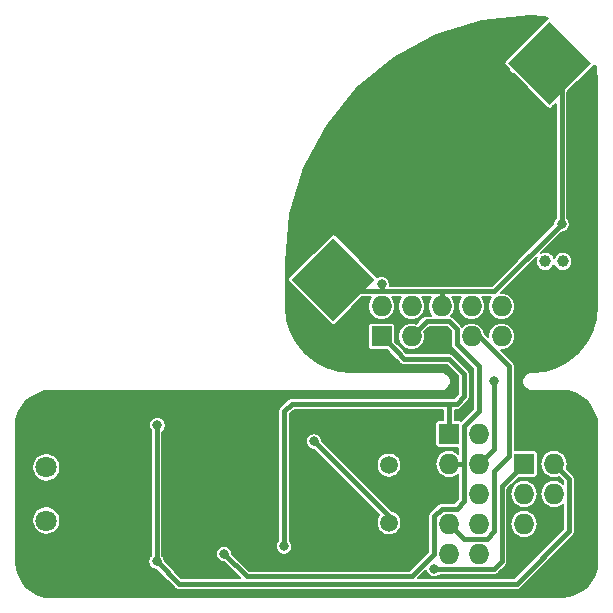
<source format=gbl>
%FSLAX46Y46*%
G04 Gerber Fmt 4.6, Leading zero omitted, Abs format (unit mm)*
G04 Created by KiCad (PCBNEW (2014-10-11 BZR 5175)-product) date Fri 31 Oct 2014 19:34:31 GMT*
%MOMM*%
G01*
G04 APERTURE LIST*
%ADD10C,0.100000*%
%ADD11C,10.000000*%
%ADD12C,1.800000*%
%ADD13R,1.727200X1.727200*%
%ADD14O,1.727200X1.727200*%
%ADD15C,1.501140*%
%ADD16C,1.000760*%
%ADD17C,0.800000*%
%ADD18C,0.400000*%
%ADD19C,0.200000*%
G04 APERTURE END LIST*
D10*
G36*
X65672033Y-133443501D02*
X62136499Y-129907967D01*
X65672033Y-126372433D01*
X69207567Y-129907967D01*
X65672033Y-133443501D01*
X65672033Y-133443501D01*
G37*
G36*
X47357967Y-151757567D02*
X43822433Y-148222033D01*
X47357967Y-144686499D01*
X50893501Y-148222033D01*
X47357967Y-151757567D01*
X47357967Y-151757567D01*
G37*
D11*
X56515000Y-139065000D03*
D12*
X23050000Y-164120000D03*
X23050000Y-168620000D03*
D13*
X63500000Y-163830000D03*
D14*
X66040000Y-163830000D03*
X63500000Y-166370000D03*
X66040000Y-166370000D03*
X63500000Y-168910000D03*
X66040000Y-168910000D03*
D13*
X57150000Y-161290000D03*
D14*
X59690000Y-161290000D03*
X57150000Y-163830000D03*
X59690000Y-163830000D03*
X57150000Y-166370000D03*
X59690000Y-166370000D03*
X57150000Y-168910000D03*
X59690000Y-168910000D03*
X57150000Y-171450000D03*
X59690000Y-171450000D03*
D13*
X51435000Y-153035000D03*
D14*
X51435000Y-150495000D03*
X53975000Y-153035000D03*
X53975000Y-150495000D03*
X56515000Y-153035000D03*
X56515000Y-150495000D03*
X59055000Y-153035000D03*
X59055000Y-150495000D03*
X61595000Y-153035000D03*
X61595000Y-150495000D03*
D15*
X52070000Y-168810940D03*
X52070000Y-163929060D03*
D16*
X66789300Y-146685000D03*
X65290700Y-146685000D03*
D17*
X57150000Y-128270000D03*
X60325000Y-133350000D03*
X50165000Y-160655000D03*
X50165000Y-172085000D03*
X51435000Y-143510000D03*
X66040000Y-150495000D03*
X38100000Y-161290000D03*
X44450000Y-161290000D03*
X44450000Y-171450000D03*
X61595000Y-146050000D03*
X55880000Y-172720000D03*
X62865000Y-130175000D03*
X66675000Y-143510000D03*
X51435000Y-148590000D03*
X48260000Y-148590000D03*
X45085000Y-147955000D03*
X32461020Y-160561020D03*
X32385000Y-172085000D03*
X45720000Y-161925000D03*
X38100000Y-171450000D03*
X43180000Y-170815000D03*
X60960000Y-156845000D03*
D18*
X56515000Y-139065000D02*
X56515000Y-137160000D01*
X56515000Y-137160000D02*
X60325000Y-133350000D01*
X55880000Y-172720000D02*
X60960000Y-172720000D01*
X61595000Y-165735000D02*
X63500000Y-163830000D01*
X61595000Y-172085000D02*
X61595000Y-165735000D01*
X61595000Y-172085000D02*
X60960000Y-172720000D01*
X62865000Y-130175000D02*
X65405000Y-130175000D01*
X65405000Y-130175000D02*
X65672033Y-129907967D01*
X56515000Y-150495000D02*
X56515000Y-149225000D01*
X65672033Y-129907967D02*
X66675000Y-130910934D01*
X66675000Y-130910934D02*
X66675000Y-143510000D01*
X66675000Y-143510000D02*
X60960000Y-149225000D01*
X60960000Y-149225000D02*
X56515000Y-149225000D01*
X51435000Y-149225000D02*
X48360934Y-149225000D01*
X56515000Y-149225000D02*
X55245000Y-149225000D01*
X55245000Y-149225000D02*
X51435000Y-149225000D01*
X48360934Y-149225000D02*
X47357967Y-148222033D01*
X51435000Y-148590000D02*
X51435000Y-149225000D01*
X48260000Y-147320000D02*
X47357967Y-148222033D01*
X48260000Y-146685000D02*
X48260000Y-147320000D01*
X47892033Y-148222033D02*
X47357967Y-148222033D01*
X48260000Y-148590000D02*
X47892033Y-148222033D01*
X65037033Y-129907967D02*
X65672033Y-129907967D01*
X45352033Y-148222033D02*
X47357967Y-148222033D01*
X45085000Y-147955000D02*
X45352033Y-148222033D01*
X32385000Y-160637040D02*
X32385000Y-172085000D01*
X32461020Y-160561020D02*
X32385000Y-160637040D01*
X32385000Y-172085000D02*
X34290000Y-173990000D01*
X34290000Y-173990000D02*
X62865000Y-173990000D01*
X62865000Y-173990000D02*
X67310000Y-169545000D01*
X67310000Y-169545000D02*
X67310000Y-165100000D01*
X67310000Y-165100000D02*
X66040000Y-163830000D01*
X45720000Y-161925000D02*
X52070000Y-168275000D01*
X52070000Y-168275000D02*
X52070000Y-168810940D01*
X62230000Y-156845000D02*
X62230000Y-155575000D01*
X62230000Y-160655000D02*
X62230000Y-156845000D01*
X62230000Y-163195000D02*
X62230000Y-160655000D01*
X60960000Y-164465000D02*
X62230000Y-163195000D01*
X60960000Y-169545000D02*
X60960000Y-164465000D01*
X60325000Y-170180000D02*
X60960000Y-169545000D01*
X58420000Y-170180000D02*
X60325000Y-170180000D01*
X57150000Y-168910000D02*
X58420000Y-170180000D01*
X62230000Y-155575000D02*
X59690000Y-153035000D01*
X59690000Y-153035000D02*
X59055000Y-153035000D01*
X59690000Y-156845000D02*
X59690000Y-155575000D01*
X57785000Y-152400000D02*
X57785000Y-153670000D01*
X55245000Y-151765000D02*
X57150000Y-151765000D01*
X53975000Y-153035000D02*
X55245000Y-151765000D01*
X58420000Y-154305000D02*
X59690000Y-155575000D01*
X57785000Y-153670000D02*
X58420000Y-154305000D01*
X58420000Y-162560000D02*
X58420000Y-160655000D01*
X58420000Y-162560000D02*
X58420000Y-163830000D01*
X58420000Y-160655000D02*
X59690000Y-159385000D01*
X59690000Y-159385000D02*
X59690000Y-156845000D01*
X57785000Y-152400000D02*
X57150000Y-151765000D01*
X38100000Y-171450000D02*
X40005000Y-173355000D01*
X40005000Y-173355000D02*
X44450000Y-173355000D01*
X57150000Y-163830000D02*
X58420000Y-163830000D01*
X53975000Y-173355000D02*
X44450000Y-173355000D01*
X55880000Y-168910000D02*
X55880000Y-171450000D01*
X55880000Y-171450000D02*
X53975000Y-173355000D01*
X55880000Y-168275000D02*
X56515000Y-167640000D01*
X56515000Y-167640000D02*
X57785000Y-167640000D01*
X57785000Y-167640000D02*
X58420000Y-167005000D01*
X58420000Y-167005000D02*
X58420000Y-165100000D01*
X55880000Y-168910000D02*
X55880000Y-168275000D01*
X58420000Y-165100000D02*
X58420000Y-163830000D01*
X58420000Y-156210000D02*
X57150000Y-154940000D01*
X52705000Y-154305000D02*
X53340000Y-154940000D01*
X53340000Y-154940000D02*
X57150000Y-154940000D01*
X52705000Y-154305000D02*
X51435000Y-153035000D01*
X58420000Y-156845000D02*
X58420000Y-156210000D01*
X57785000Y-158750000D02*
X58420000Y-158115000D01*
X58420000Y-158115000D02*
X58420000Y-156845000D01*
X57150000Y-158750000D02*
X57785000Y-158750000D01*
X57150000Y-161290000D02*
X57150000Y-158750000D01*
X54610000Y-158750000D02*
X43815000Y-158750000D01*
X43180000Y-159385000D02*
X43815000Y-158750000D01*
X43180000Y-170815000D02*
X43180000Y-159385000D01*
X54610000Y-158750000D02*
X57150000Y-158750000D01*
X60960000Y-162560000D02*
X59690000Y-163830000D01*
X60960000Y-162560000D02*
X60960000Y-159385000D01*
X60960000Y-156845000D02*
X60960000Y-159385000D01*
D19*
G36*
X69700000Y-172077665D02*
X69641684Y-172672417D01*
X69471086Y-173237463D01*
X69193987Y-173758611D01*
X68820941Y-174216010D01*
X68366157Y-174592241D01*
X67846957Y-174872972D01*
X67283113Y-175047510D01*
X66689047Y-175109950D01*
X66674766Y-175110000D01*
X24250051Y-175110000D01*
X24250051Y-168502334D01*
X24250051Y-164002334D01*
X24204342Y-163771484D01*
X24114664Y-163553908D01*
X23984433Y-163357895D01*
X23818610Y-163190911D01*
X23623511Y-163059314D01*
X23406567Y-162968120D01*
X23176041Y-162920800D01*
X22940715Y-162919157D01*
X22709551Y-162963253D01*
X22491355Y-163051410D01*
X22294437Y-163180270D01*
X22126299Y-163344923D01*
X21993344Y-163539099D01*
X21900637Y-163755401D01*
X21851709Y-163985590D01*
X21848423Y-164220899D01*
X21890905Y-164452365D01*
X21977536Y-164671171D01*
X22105018Y-164868984D01*
X22268493Y-165038267D01*
X22461736Y-165172575D01*
X22677385Y-165266790D01*
X22907228Y-165317324D01*
X23142508Y-165322252D01*
X23374265Y-165281387D01*
X23593671Y-165196285D01*
X23792368Y-165070188D01*
X23962789Y-164907898D01*
X24098442Y-164715598D01*
X24194160Y-164500612D01*
X24246298Y-164271128D01*
X24250051Y-164002334D01*
X24250051Y-168502334D01*
X24204342Y-168271484D01*
X24114664Y-168053908D01*
X23984433Y-167857895D01*
X23818610Y-167690911D01*
X23623511Y-167559314D01*
X23406567Y-167468120D01*
X23176041Y-167420800D01*
X22940715Y-167419157D01*
X22709551Y-167463253D01*
X22491355Y-167551410D01*
X22294437Y-167680270D01*
X22126299Y-167844923D01*
X21993344Y-168039099D01*
X21900637Y-168255401D01*
X21851709Y-168485590D01*
X21848423Y-168720899D01*
X21890905Y-168952365D01*
X21977536Y-169171171D01*
X22105018Y-169368984D01*
X22268493Y-169538267D01*
X22461736Y-169672575D01*
X22677385Y-169766790D01*
X22907228Y-169817324D01*
X23142508Y-169822252D01*
X23374265Y-169781387D01*
X23593671Y-169696285D01*
X23792368Y-169570188D01*
X23962789Y-169407898D01*
X24098442Y-169215598D01*
X24194160Y-169000612D01*
X24246298Y-168771128D01*
X24250051Y-168502334D01*
X24250051Y-175110000D01*
X23502334Y-175110000D01*
X22907582Y-175051684D01*
X22342536Y-174881086D01*
X21821388Y-174603987D01*
X21363989Y-174230941D01*
X20987758Y-173776157D01*
X20707027Y-173256957D01*
X20532489Y-172693113D01*
X20470049Y-172099047D01*
X20470000Y-172085000D01*
X20470000Y-172084766D01*
X20470000Y-160662334D01*
X20528315Y-160067581D01*
X20698913Y-159502536D01*
X20976012Y-158981388D01*
X21349060Y-158523986D01*
X21803842Y-158147758D01*
X22323042Y-157867027D01*
X22886886Y-157692489D01*
X23480953Y-157630049D01*
X23495000Y-157630000D01*
X23495233Y-157630000D01*
X49530000Y-157630000D01*
X56515000Y-157630000D01*
X56515028Y-157629997D01*
X56515508Y-157629999D01*
X56519941Y-157629984D01*
X56526472Y-157629321D01*
X56533029Y-157629367D01*
X56535113Y-157629163D01*
X56658364Y-157616208D01*
X56671656Y-157613479D01*
X56685035Y-157610927D01*
X56687040Y-157610322D01*
X56687041Y-157610321D01*
X56805428Y-157573675D01*
X56817978Y-157568398D01*
X56830566Y-157563313D01*
X56832415Y-157562330D01*
X56941430Y-157503386D01*
X56952697Y-157495786D01*
X56964077Y-157488339D01*
X56965700Y-157487016D01*
X57061190Y-157408020D01*
X57070777Y-157398365D01*
X57080483Y-157388861D01*
X57081818Y-157387248D01*
X57160146Y-157291209D01*
X57167662Y-157279895D01*
X57175351Y-157268667D01*
X57176346Y-157266825D01*
X57176347Y-157266825D01*
X57234529Y-157157401D01*
X57239710Y-157144828D01*
X57245065Y-157132335D01*
X57245684Y-157130335D01*
X57245685Y-157130335D01*
X57281505Y-157011694D01*
X57284148Y-156998345D01*
X57286972Y-156985058D01*
X57287190Y-156982978D01*
X57287191Y-156982977D01*
X57287191Y-156982976D01*
X57299284Y-156859637D01*
X57299284Y-156853089D01*
X57299991Y-156846586D01*
X57299999Y-156844492D01*
X57299984Y-156840059D01*
X57299321Y-156833527D01*
X57299367Y-156826971D01*
X57299163Y-156824887D01*
X57286208Y-156701636D01*
X57283480Y-156688349D01*
X57280927Y-156674965D01*
X57280322Y-156672960D01*
X57280321Y-156672959D01*
X57243675Y-156554572D01*
X57238398Y-156542021D01*
X57233313Y-156529434D01*
X57232330Y-156527585D01*
X57232330Y-156527584D01*
X57173386Y-156418570D01*
X57165797Y-156407319D01*
X57158339Y-156395922D01*
X57157016Y-156394300D01*
X57157016Y-156394299D01*
X57078020Y-156298810D01*
X57068401Y-156289258D01*
X57058861Y-156279516D01*
X57057247Y-156278181D01*
X56961209Y-156199854D01*
X56949854Y-156192309D01*
X56938666Y-156184649D01*
X56936825Y-156183653D01*
X56827401Y-156125471D01*
X56814800Y-156120277D01*
X56802335Y-156114935D01*
X56800335Y-156114315D01*
X56681694Y-156078495D01*
X56668345Y-156075851D01*
X56655058Y-156073028D01*
X56652979Y-156072809D01*
X56652977Y-156072809D01*
X56652975Y-156072809D01*
X56529637Y-156060716D01*
X56523344Y-156060716D01*
X56517094Y-156060015D01*
X56515000Y-156060000D01*
X48902334Y-156060000D01*
X47814227Y-155953310D01*
X46774617Y-155639433D01*
X45815773Y-155129607D01*
X44974215Y-154443249D01*
X44281999Y-153606502D01*
X43765495Y-152651248D01*
X43444367Y-151613851D01*
X43330111Y-150526778D01*
X43330000Y-150495000D01*
X43330000Y-150494764D01*
X43330000Y-146692334D01*
X43726933Y-142644095D01*
X44900485Y-138757104D01*
X46806672Y-135172086D01*
X49372889Y-132025593D01*
X52501392Y-129437470D01*
X56073013Y-127506301D01*
X59951720Y-126305641D01*
X63996828Y-125880483D01*
X64127925Y-125880025D01*
X65215773Y-125986689D01*
X65564892Y-126092094D01*
X65529930Y-126106577D01*
X65480795Y-126139407D01*
X65439008Y-126181194D01*
X61903474Y-129716728D01*
X61870643Y-129765863D01*
X61848028Y-129820460D01*
X61836499Y-129878420D01*
X61836499Y-129937514D01*
X61848028Y-129995473D01*
X61870643Y-130050070D01*
X61903473Y-130099205D01*
X61945260Y-130140992D01*
X62199159Y-130394891D01*
X62239396Y-130496517D01*
X62313760Y-130611907D01*
X62409121Y-130710656D01*
X62521846Y-130789002D01*
X62647641Y-130843961D01*
X62648394Y-130844126D01*
X65480794Y-133676526D01*
X65529929Y-133709357D01*
X65584526Y-133731972D01*
X65642486Y-133743501D01*
X65701580Y-133743501D01*
X65759539Y-133731972D01*
X65814136Y-133709357D01*
X65863271Y-133676527D01*
X65905058Y-133634740D01*
X66175000Y-133364798D01*
X66175000Y-143019850D01*
X66136174Y-143057872D01*
X66058617Y-143171141D01*
X66004538Y-143297317D01*
X65975997Y-143431594D01*
X65975001Y-143502891D01*
X60752893Y-148725000D01*
X56515000Y-148725000D01*
X55245000Y-148725000D01*
X52122198Y-148725000D01*
X52132841Y-148678158D01*
X52135030Y-148521361D01*
X52108366Y-148386699D01*
X52056054Y-148259780D01*
X51980086Y-148145439D01*
X51883356Y-148048031D01*
X51769548Y-147971267D01*
X51642997Y-147918070D01*
X51508524Y-147890466D01*
X51371250Y-147889508D01*
X51236405Y-147915231D01*
X51109124Y-147966656D01*
X51080874Y-147985142D01*
X47549206Y-144453474D01*
X47500071Y-144420643D01*
X47445474Y-144398028D01*
X47387514Y-144386499D01*
X47328420Y-144386499D01*
X47270461Y-144398028D01*
X47215864Y-144420643D01*
X47166729Y-144453473D01*
X47124942Y-144495260D01*
X43589408Y-148030794D01*
X43556577Y-148079929D01*
X43533962Y-148134526D01*
X43522433Y-148192486D01*
X43522433Y-148251580D01*
X43533962Y-148309539D01*
X43556577Y-148364136D01*
X43589407Y-148413271D01*
X43631194Y-148455058D01*
X47166728Y-151990592D01*
X47215863Y-152023423D01*
X47270460Y-152046038D01*
X47328420Y-152057567D01*
X47387514Y-152057567D01*
X47445473Y-152046038D01*
X47500070Y-152023423D01*
X47549205Y-151990593D01*
X47590992Y-151948806D01*
X49814798Y-149725000D01*
X50563414Y-149725000D01*
X50464702Y-149844323D01*
X50356690Y-150044087D01*
X50289536Y-150261026D01*
X50265798Y-150486877D01*
X50286381Y-150713037D01*
X50350499Y-150930892D01*
X50455711Y-151132145D01*
X50598010Y-151309128D01*
X50771974Y-151455102D01*
X50970979Y-151564506D01*
X51187444Y-151633173D01*
X51413124Y-151658487D01*
X51429370Y-151658600D01*
X51440630Y-151658600D01*
X51666641Y-151636439D01*
X51884043Y-151570802D01*
X52084556Y-151464187D01*
X52260542Y-151320657D01*
X52405298Y-151145677D01*
X52513310Y-150945913D01*
X52580464Y-150728974D01*
X52604202Y-150503123D01*
X52583619Y-150276963D01*
X52519501Y-150059108D01*
X52414289Y-149857855D01*
X52307470Y-149725000D01*
X53103414Y-149725000D01*
X53004702Y-149844323D01*
X52896690Y-150044087D01*
X52829536Y-150261026D01*
X52805798Y-150486877D01*
X52826381Y-150713037D01*
X52890499Y-150930892D01*
X52995711Y-151132145D01*
X53138010Y-151309128D01*
X53311974Y-151455102D01*
X53510979Y-151564506D01*
X53727444Y-151633173D01*
X53953124Y-151658487D01*
X53969370Y-151658600D01*
X53980630Y-151658600D01*
X54206641Y-151636439D01*
X54424043Y-151570802D01*
X54624556Y-151464187D01*
X54800542Y-151320657D01*
X54945298Y-151145677D01*
X55053310Y-150945913D01*
X55120464Y-150728974D01*
X55144202Y-150503123D01*
X55123619Y-150276963D01*
X55059501Y-150059108D01*
X54954289Y-149857855D01*
X54847470Y-149725000D01*
X55245000Y-149725000D01*
X55643414Y-149725000D01*
X55544702Y-149844323D01*
X55436690Y-150044087D01*
X55369536Y-150261026D01*
X55345798Y-150486877D01*
X55366381Y-150713037D01*
X55430499Y-150930892D01*
X55535711Y-151132145D01*
X55642529Y-151265000D01*
X55245000Y-151265000D01*
X55199011Y-151269509D01*
X55153024Y-151273532D01*
X55150499Y-151274265D01*
X55147883Y-151274522D01*
X55103676Y-151287868D01*
X55059316Y-151300757D01*
X55056980Y-151301967D01*
X55054465Y-151302727D01*
X55013675Y-151324415D01*
X54972680Y-151345665D01*
X54970627Y-151347303D01*
X54968304Y-151348539D01*
X54932512Y-151377730D01*
X54896417Y-151406545D01*
X54892754Y-151410156D01*
X54892683Y-151410215D01*
X54892628Y-151410281D01*
X54891446Y-151411447D01*
X54361872Y-151941020D01*
X54222556Y-151896827D01*
X53996876Y-151871513D01*
X53980630Y-151871400D01*
X53969370Y-151871400D01*
X53743359Y-151893561D01*
X53525957Y-151959198D01*
X53325444Y-152065813D01*
X53149458Y-152209343D01*
X53004702Y-152384323D01*
X52896690Y-152584087D01*
X52829536Y-152801026D01*
X52805798Y-153026877D01*
X52826381Y-153253037D01*
X52890499Y-153470892D01*
X52995711Y-153672145D01*
X53138010Y-153849128D01*
X53311974Y-153995102D01*
X53510979Y-154104506D01*
X53727444Y-154173173D01*
X53953124Y-154198487D01*
X53969370Y-154198600D01*
X53980630Y-154198600D01*
X54206641Y-154176439D01*
X54424043Y-154110802D01*
X54624556Y-154004187D01*
X54800542Y-153860657D01*
X54945298Y-153685677D01*
X55053310Y-153485913D01*
X55120464Y-153268974D01*
X55144202Y-153043123D01*
X55123619Y-152816963D01*
X55072802Y-152644303D01*
X55452106Y-152265000D01*
X56942893Y-152265000D01*
X57285000Y-152607106D01*
X57285000Y-153670000D01*
X57289504Y-153715943D01*
X57293532Y-153761976D01*
X57294265Y-153764500D01*
X57294522Y-153767117D01*
X57307868Y-153811323D01*
X57320757Y-153855684D01*
X57321967Y-153858019D01*
X57322727Y-153860535D01*
X57344394Y-153901285D01*
X57365664Y-153942320D01*
X57367305Y-153944376D01*
X57368539Y-153946696D01*
X57397727Y-153982484D01*
X57426545Y-154018582D01*
X57430152Y-154022239D01*
X57430215Y-154022317D01*
X57430286Y-154022376D01*
X57431447Y-154023553D01*
X58066447Y-154658554D01*
X58066452Y-154658558D01*
X59190000Y-155782106D01*
X59190000Y-156845000D01*
X59190000Y-159177893D01*
X58186663Y-160181230D01*
X58155704Y-160160544D01*
X58101107Y-160137929D01*
X58043148Y-160126400D01*
X57984053Y-160126400D01*
X57650000Y-160126400D01*
X57650000Y-159250000D01*
X57785000Y-159250000D01*
X57830943Y-159245495D01*
X57876976Y-159241468D01*
X57879500Y-159240734D01*
X57882117Y-159240478D01*
X57926323Y-159227131D01*
X57970684Y-159214243D01*
X57973019Y-159213032D01*
X57975535Y-159212273D01*
X58016285Y-159190605D01*
X58057320Y-159169336D01*
X58059376Y-159167694D01*
X58061696Y-159166461D01*
X58097484Y-159137272D01*
X58133582Y-159108455D01*
X58137239Y-159104847D01*
X58137317Y-159104785D01*
X58137376Y-159104713D01*
X58138553Y-159103553D01*
X58773554Y-158468553D01*
X58802879Y-158432851D01*
X58832557Y-158397484D01*
X58833823Y-158395180D01*
X58835493Y-158393148D01*
X58857320Y-158352439D01*
X58879568Y-158311971D01*
X58880363Y-158309463D01*
X58881605Y-158307148D01*
X58895107Y-158262984D01*
X58909074Y-158218956D01*
X58909366Y-158216344D01*
X58910136Y-158213829D01*
X58914805Y-158167852D01*
X58919951Y-158121981D01*
X58919987Y-158116842D01*
X58919997Y-158116745D01*
X58919988Y-158116653D01*
X58920000Y-158115000D01*
X58920000Y-156845000D01*
X58920000Y-156210000D01*
X58915490Y-156164011D01*
X58911468Y-156118024D01*
X58910734Y-156115499D01*
X58910478Y-156112883D01*
X58897131Y-156068676D01*
X58884243Y-156024316D01*
X58883032Y-156021980D01*
X58882273Y-156019465D01*
X58860584Y-155978675D01*
X58839335Y-155937680D01*
X58837696Y-155935627D01*
X58836461Y-155933304D01*
X58807269Y-155897512D01*
X58778455Y-155861417D01*
X58774843Y-155857754D01*
X58774785Y-155857683D01*
X58774718Y-155857628D01*
X58773553Y-155856446D01*
X57503553Y-154586447D01*
X57467908Y-154557167D01*
X57432484Y-154527443D01*
X57430177Y-154526174D01*
X57428148Y-154524508D01*
X57387478Y-154502701D01*
X57346971Y-154480432D01*
X57344463Y-154479636D01*
X57342148Y-154478395D01*
X57297984Y-154464892D01*
X57253956Y-154450926D01*
X57251344Y-154450633D01*
X57248829Y-154449864D01*
X57202852Y-154445194D01*
X57156981Y-154440049D01*
X57151842Y-154440012D01*
X57151745Y-154440003D01*
X57151653Y-154440011D01*
X57150000Y-154440000D01*
X53547106Y-154440000D01*
X53058624Y-153951518D01*
X53058553Y-153951447D01*
X53058553Y-153951446D01*
X52598600Y-153491493D01*
X52598600Y-152141853D01*
X52587071Y-152083894D01*
X52564457Y-152029297D01*
X52531625Y-151980161D01*
X52489839Y-151938375D01*
X52440704Y-151905544D01*
X52386107Y-151882929D01*
X52328148Y-151871400D01*
X52269053Y-151871400D01*
X50541853Y-151871400D01*
X50483894Y-151882929D01*
X50429297Y-151905543D01*
X50380161Y-151938375D01*
X50338375Y-151980161D01*
X50305544Y-152029296D01*
X50282929Y-152083893D01*
X50271400Y-152141852D01*
X50271400Y-152200947D01*
X50271400Y-153928147D01*
X50282929Y-153986106D01*
X50305543Y-154040703D01*
X50338375Y-154089839D01*
X50380161Y-154131625D01*
X50429296Y-154164456D01*
X50483893Y-154187071D01*
X50541852Y-154198600D01*
X50600947Y-154198600D01*
X51891493Y-154198600D01*
X52351446Y-154658553D01*
X52351447Y-154658553D01*
X52351451Y-154658557D01*
X52986447Y-155293554D01*
X53022148Y-155322879D01*
X53057516Y-155352557D01*
X53059819Y-155353823D01*
X53061852Y-155355493D01*
X53102560Y-155377320D01*
X53143029Y-155399568D01*
X53145536Y-155400363D01*
X53147852Y-155401605D01*
X53192015Y-155415107D01*
X53236044Y-155429074D01*
X53238655Y-155429366D01*
X53241171Y-155430136D01*
X53287147Y-155434805D01*
X53333019Y-155439951D01*
X53338157Y-155439987D01*
X53338255Y-155439997D01*
X53338346Y-155439988D01*
X53340000Y-155440000D01*
X56942893Y-155440000D01*
X57920000Y-156417106D01*
X57920000Y-156845000D01*
X57920000Y-157907893D01*
X57577893Y-158250000D01*
X57150000Y-158250000D01*
X54610000Y-158250000D01*
X43815000Y-158250000D01*
X43769047Y-158254505D01*
X43723025Y-158258532D01*
X43720500Y-158259265D01*
X43717883Y-158259522D01*
X43673664Y-158272872D01*
X43629316Y-158285757D01*
X43626980Y-158286967D01*
X43624465Y-158287727D01*
X43583694Y-158309404D01*
X43542681Y-158330664D01*
X43540626Y-158332304D01*
X43538304Y-158333539D01*
X43502493Y-158362745D01*
X43466418Y-158391545D01*
X43462755Y-158395155D01*
X43462683Y-158395215D01*
X43462627Y-158395282D01*
X43461447Y-158396446D01*
X42826447Y-159031447D01*
X42797167Y-159067091D01*
X42767443Y-159102516D01*
X42766174Y-159104822D01*
X42764508Y-159106852D01*
X42742701Y-159147521D01*
X42720432Y-159188029D01*
X42719636Y-159190536D01*
X42718395Y-159192852D01*
X42704892Y-159237015D01*
X42690926Y-159281044D01*
X42690633Y-159283655D01*
X42689864Y-159286171D01*
X42685194Y-159332147D01*
X42680049Y-159378019D01*
X42680012Y-159383157D01*
X42680003Y-159383255D01*
X42680011Y-159383346D01*
X42680000Y-159385000D01*
X42680000Y-170324850D01*
X42641174Y-170362872D01*
X42563617Y-170476141D01*
X42509538Y-170602317D01*
X42480997Y-170736594D01*
X42479080Y-170873858D01*
X42503861Y-171008880D01*
X42554396Y-171136517D01*
X42628760Y-171251907D01*
X42724121Y-171350656D01*
X42836846Y-171429002D01*
X42962641Y-171483961D01*
X43096716Y-171513439D01*
X43233963Y-171516314D01*
X43369155Y-171492476D01*
X43497141Y-171442833D01*
X43613048Y-171369277D01*
X43712460Y-171274608D01*
X43791591Y-171162432D01*
X43847427Y-171037023D01*
X43877841Y-170903158D01*
X43880030Y-170746361D01*
X43853366Y-170611699D01*
X43801054Y-170484780D01*
X43725086Y-170370439D01*
X43680000Y-170325036D01*
X43680000Y-159592106D01*
X44022106Y-159250000D01*
X54610000Y-159250000D01*
X56650000Y-159250000D01*
X56650000Y-160126400D01*
X56256853Y-160126400D01*
X56198894Y-160137929D01*
X56144297Y-160160543D01*
X56095161Y-160193375D01*
X56053375Y-160235161D01*
X56020544Y-160284296D01*
X55997929Y-160338893D01*
X55986400Y-160396852D01*
X55986400Y-160455947D01*
X55986400Y-162183147D01*
X55997929Y-162241106D01*
X56020543Y-162295703D01*
X56053375Y-162344839D01*
X56095161Y-162386625D01*
X56144296Y-162419456D01*
X56198893Y-162442071D01*
X56256852Y-162453600D01*
X56315947Y-162453600D01*
X57920000Y-162453600D01*
X57920000Y-162560000D01*
X57920000Y-162958414D01*
X57800677Y-162859702D01*
X57600913Y-162751690D01*
X57383974Y-162684536D01*
X57158123Y-162660798D01*
X56931963Y-162681381D01*
X56714108Y-162745499D01*
X56512855Y-162850711D01*
X56335872Y-162993010D01*
X56189898Y-163166974D01*
X56080494Y-163365979D01*
X56011827Y-163582444D01*
X55986513Y-163808124D01*
X55986400Y-163824370D01*
X55986400Y-163835630D01*
X56008561Y-164061641D01*
X56074198Y-164279043D01*
X56180813Y-164479556D01*
X56324343Y-164655542D01*
X56499323Y-164800298D01*
X56699087Y-164908310D01*
X56916026Y-164975464D01*
X57141877Y-164999202D01*
X57368037Y-164978619D01*
X57585892Y-164914501D01*
X57787145Y-164809289D01*
X57920000Y-164702470D01*
X57920000Y-165100000D01*
X57920000Y-166797893D01*
X57577893Y-167140000D01*
X56515000Y-167140000D01*
X56469047Y-167144505D01*
X56423025Y-167148532D01*
X56420500Y-167149265D01*
X56417883Y-167149522D01*
X56373664Y-167162872D01*
X56329316Y-167175757D01*
X56326980Y-167176967D01*
X56324465Y-167177727D01*
X56283694Y-167199404D01*
X56242681Y-167220664D01*
X56240626Y-167222304D01*
X56238304Y-167223539D01*
X56202493Y-167252745D01*
X56166418Y-167281545D01*
X56162755Y-167285155D01*
X56162683Y-167285215D01*
X56162627Y-167285282D01*
X56161447Y-167286446D01*
X55526447Y-167921447D01*
X55497167Y-167957091D01*
X55467443Y-167992516D01*
X55466174Y-167994822D01*
X55464508Y-167996852D01*
X55442701Y-168037521D01*
X55420432Y-168078029D01*
X55419636Y-168080536D01*
X55418395Y-168082852D01*
X55404892Y-168127015D01*
X55390926Y-168171044D01*
X55390633Y-168173655D01*
X55389864Y-168176171D01*
X55385194Y-168222147D01*
X55380049Y-168268019D01*
X55380012Y-168273157D01*
X55380003Y-168273255D01*
X55380011Y-168273346D01*
X55380000Y-168275000D01*
X55380000Y-168910000D01*
X55380000Y-171242893D01*
X53767893Y-172855000D01*
X53120615Y-172855000D01*
X53120615Y-168707926D01*
X53120615Y-163826046D01*
X53080597Y-163623943D01*
X53002086Y-163433461D01*
X52888072Y-163261856D01*
X52742899Y-163115665D01*
X52572094Y-163000456D01*
X52382165Y-162920618D01*
X52180346Y-162879190D01*
X51974323Y-162877752D01*
X51771945Y-162916357D01*
X51580920Y-162993537D01*
X51408524Y-163106350D01*
X51261323Y-163250499D01*
X51144924Y-163420495D01*
X51063761Y-163609862D01*
X51020926Y-163811387D01*
X51018049Y-164017395D01*
X51055241Y-164220037D01*
X51131085Y-164411597D01*
X51242692Y-164584777D01*
X51385810Y-164732980D01*
X51554989Y-164850563D01*
X51743785Y-164933046D01*
X51945006Y-164977287D01*
X52150989Y-164981602D01*
X52353886Y-164945825D01*
X52545970Y-164871321D01*
X52719925Y-164760926D01*
X52869124Y-164618845D01*
X52987885Y-164450491D01*
X53071684Y-164262276D01*
X53117329Y-164061368D01*
X53120615Y-163826046D01*
X53120615Y-168707926D01*
X53080597Y-168505823D01*
X53002086Y-168315341D01*
X52888072Y-168143736D01*
X52742899Y-167997545D01*
X52572094Y-167882336D01*
X52382165Y-167802498D01*
X52284570Y-167782464D01*
X46419182Y-161917076D01*
X46420030Y-161856361D01*
X46393366Y-161721699D01*
X46341054Y-161594780D01*
X46265086Y-161480439D01*
X46168356Y-161383031D01*
X46054548Y-161306267D01*
X45927997Y-161253070D01*
X45793524Y-161225466D01*
X45656250Y-161224508D01*
X45521405Y-161250231D01*
X45394124Y-161301656D01*
X45279255Y-161376824D01*
X45181174Y-161472872D01*
X45103617Y-161586141D01*
X45049538Y-161712317D01*
X45020997Y-161846594D01*
X45019080Y-161983858D01*
X45043861Y-162118880D01*
X45094396Y-162246517D01*
X45168760Y-162361907D01*
X45264121Y-162460656D01*
X45376846Y-162539002D01*
X45502641Y-162593961D01*
X45636716Y-162623439D01*
X45712929Y-162625035D01*
X51244639Y-168156745D01*
X51144924Y-168302375D01*
X51063761Y-168491742D01*
X51020926Y-168693267D01*
X51018049Y-168899275D01*
X51055241Y-169101917D01*
X51131085Y-169293477D01*
X51242692Y-169466657D01*
X51385810Y-169614860D01*
X51554989Y-169732443D01*
X51743785Y-169814926D01*
X51945006Y-169859167D01*
X52150989Y-169863482D01*
X52353886Y-169827705D01*
X52545970Y-169753201D01*
X52719925Y-169642806D01*
X52869124Y-169500725D01*
X52987885Y-169332371D01*
X53071684Y-169144156D01*
X53117329Y-168943248D01*
X53120615Y-168707926D01*
X53120615Y-172855000D01*
X44450000Y-172855000D01*
X40212106Y-172855000D01*
X38799182Y-171442076D01*
X38800030Y-171381361D01*
X38773366Y-171246699D01*
X38721054Y-171119780D01*
X38645086Y-171005439D01*
X38548356Y-170908031D01*
X38434548Y-170831267D01*
X38307997Y-170778070D01*
X38173524Y-170750466D01*
X38036250Y-170749508D01*
X37901405Y-170775231D01*
X37774124Y-170826656D01*
X37659255Y-170901824D01*
X37561174Y-170997872D01*
X37483617Y-171111141D01*
X37429538Y-171237317D01*
X37400997Y-171371594D01*
X37399080Y-171508858D01*
X37423861Y-171643880D01*
X37474396Y-171771517D01*
X37548760Y-171886907D01*
X37644121Y-171985656D01*
X37756846Y-172064002D01*
X37882641Y-172118961D01*
X38016716Y-172148439D01*
X38092929Y-172150035D01*
X39432893Y-173490000D01*
X34497106Y-173490000D01*
X33084182Y-172077076D01*
X33085030Y-172016361D01*
X33058366Y-171881699D01*
X33006054Y-171754780D01*
X32930086Y-171640439D01*
X32885000Y-171595036D01*
X32885000Y-161121051D01*
X32894068Y-161115297D01*
X32993480Y-161020628D01*
X33072611Y-160908452D01*
X33128447Y-160783043D01*
X33158861Y-160649178D01*
X33161050Y-160492381D01*
X33134386Y-160357719D01*
X33082074Y-160230800D01*
X33006106Y-160116459D01*
X32909376Y-160019051D01*
X32795568Y-159942287D01*
X32669017Y-159889090D01*
X32534544Y-159861486D01*
X32397270Y-159860528D01*
X32262425Y-159886251D01*
X32135144Y-159937676D01*
X32020275Y-160012844D01*
X31922194Y-160108892D01*
X31844637Y-160222161D01*
X31790558Y-160348337D01*
X31762017Y-160482614D01*
X31760100Y-160619878D01*
X31784881Y-160754900D01*
X31835416Y-160882537D01*
X31885000Y-160959476D01*
X31885000Y-171594850D01*
X31846174Y-171632872D01*
X31768617Y-171746141D01*
X31714538Y-171872317D01*
X31685997Y-172006594D01*
X31684080Y-172143858D01*
X31708861Y-172278880D01*
X31759396Y-172406517D01*
X31833760Y-172521907D01*
X31929121Y-172620656D01*
X32041846Y-172699002D01*
X32167641Y-172753961D01*
X32301716Y-172783439D01*
X32377929Y-172785035D01*
X33936447Y-174343554D01*
X33972148Y-174372879D01*
X34007516Y-174402557D01*
X34009819Y-174403823D01*
X34011852Y-174405493D01*
X34052560Y-174427320D01*
X34093029Y-174449568D01*
X34095536Y-174450363D01*
X34097852Y-174451605D01*
X34142015Y-174465107D01*
X34186044Y-174479074D01*
X34188655Y-174479366D01*
X34191171Y-174480136D01*
X34237147Y-174484805D01*
X34283019Y-174489951D01*
X34288157Y-174489987D01*
X34288255Y-174489997D01*
X34288346Y-174489988D01*
X34290000Y-174490000D01*
X62865000Y-174490000D01*
X62910943Y-174485495D01*
X62956976Y-174481468D01*
X62959500Y-174480734D01*
X62962117Y-174480478D01*
X63006323Y-174467131D01*
X63050684Y-174454243D01*
X63053019Y-174453032D01*
X63055535Y-174452273D01*
X63096285Y-174430605D01*
X63137320Y-174409336D01*
X63139376Y-174407694D01*
X63141696Y-174406461D01*
X63177484Y-174377272D01*
X63213582Y-174348455D01*
X63217239Y-174344847D01*
X63217317Y-174344785D01*
X63217376Y-174344713D01*
X63218553Y-174343553D01*
X67663553Y-169898554D01*
X67692852Y-169862883D01*
X67722557Y-169827484D01*
X67723825Y-169825177D01*
X67725492Y-169823148D01*
X67747298Y-169782478D01*
X67769568Y-169741971D01*
X67770363Y-169739463D01*
X67771605Y-169737148D01*
X67785107Y-169692984D01*
X67799074Y-169648956D01*
X67799366Y-169646344D01*
X67800136Y-169643829D01*
X67804800Y-169597897D01*
X67809951Y-169551981D01*
X67809987Y-169546832D01*
X67809996Y-169546745D01*
X67809988Y-169546663D01*
X67810000Y-169545000D01*
X67810000Y-165100000D01*
X67805490Y-165054011D01*
X67801468Y-165008024D01*
X67800734Y-165005499D01*
X67800478Y-165002883D01*
X67787131Y-164958676D01*
X67774243Y-164914316D01*
X67773032Y-164911980D01*
X67772273Y-164909465D01*
X67750584Y-164868675D01*
X67729335Y-164827680D01*
X67727696Y-164825627D01*
X67726461Y-164823304D01*
X67697269Y-164787512D01*
X67668455Y-164751417D01*
X67664843Y-164747754D01*
X67664785Y-164747683D01*
X67664718Y-164747628D01*
X67663553Y-164746446D01*
X67133979Y-164216872D01*
X67178173Y-164077556D01*
X67203487Y-163851876D01*
X67203600Y-163835630D01*
X67203600Y-163824370D01*
X67181439Y-163598359D01*
X67115802Y-163380957D01*
X67009187Y-163180444D01*
X66865657Y-163004458D01*
X66690677Y-162859702D01*
X66490913Y-162751690D01*
X66273974Y-162684536D01*
X66048123Y-162660798D01*
X65821963Y-162681381D01*
X65604108Y-162745499D01*
X65402855Y-162850711D01*
X65225872Y-162993010D01*
X65079898Y-163166974D01*
X64970494Y-163365979D01*
X64901827Y-163582444D01*
X64876513Y-163808124D01*
X64876400Y-163824370D01*
X64876400Y-163835630D01*
X64898561Y-164061641D01*
X64964198Y-164279043D01*
X65070813Y-164479556D01*
X65214343Y-164655542D01*
X65389323Y-164800298D01*
X65589087Y-164908310D01*
X65806026Y-164975464D01*
X66031877Y-164999202D01*
X66258037Y-164978619D01*
X66430696Y-164927802D01*
X66810000Y-165307106D01*
X66810000Y-165498414D01*
X66690677Y-165399702D01*
X66490913Y-165291690D01*
X66273974Y-165224536D01*
X66048123Y-165200798D01*
X65821963Y-165221381D01*
X65604108Y-165285499D01*
X65402855Y-165390711D01*
X65225872Y-165533010D01*
X65079898Y-165706974D01*
X64970494Y-165905979D01*
X64901827Y-166122444D01*
X64876513Y-166348124D01*
X64876400Y-166364370D01*
X64876400Y-166375630D01*
X64898561Y-166601641D01*
X64964198Y-166819043D01*
X65070813Y-167019556D01*
X65214343Y-167195542D01*
X65389323Y-167340298D01*
X65589087Y-167448310D01*
X65806026Y-167515464D01*
X66031877Y-167539202D01*
X66258037Y-167518619D01*
X66475892Y-167454501D01*
X66677145Y-167349289D01*
X66810000Y-167242470D01*
X66810000Y-169337893D01*
X64663600Y-171484293D01*
X64663600Y-168915630D01*
X64663600Y-168904370D01*
X64663600Y-166375630D01*
X64663600Y-166364370D01*
X64641439Y-166138359D01*
X64575802Y-165920957D01*
X64469187Y-165720444D01*
X64325657Y-165544458D01*
X64150677Y-165399702D01*
X63950913Y-165291690D01*
X63733974Y-165224536D01*
X63508123Y-165200798D01*
X63281963Y-165221381D01*
X63064108Y-165285499D01*
X62862855Y-165390711D01*
X62685872Y-165533010D01*
X62539898Y-165706974D01*
X62430494Y-165905979D01*
X62361827Y-166122444D01*
X62336513Y-166348124D01*
X62336400Y-166364370D01*
X62336400Y-166375630D01*
X62358561Y-166601641D01*
X62424198Y-166819043D01*
X62530813Y-167019556D01*
X62674343Y-167195542D01*
X62849323Y-167340298D01*
X63049087Y-167448310D01*
X63266026Y-167515464D01*
X63491877Y-167539202D01*
X63718037Y-167518619D01*
X63935892Y-167454501D01*
X64137145Y-167349289D01*
X64314128Y-167206990D01*
X64460102Y-167033026D01*
X64569506Y-166834021D01*
X64638173Y-166617556D01*
X64663487Y-166391876D01*
X64663600Y-166375630D01*
X64663600Y-168904370D01*
X64641439Y-168678359D01*
X64575802Y-168460957D01*
X64469187Y-168260444D01*
X64325657Y-168084458D01*
X64150677Y-167939702D01*
X63950913Y-167831690D01*
X63733974Y-167764536D01*
X63508123Y-167740798D01*
X63281963Y-167761381D01*
X63064108Y-167825499D01*
X62862855Y-167930711D01*
X62685872Y-168073010D01*
X62539898Y-168246974D01*
X62430494Y-168445979D01*
X62361827Y-168662444D01*
X62336513Y-168888124D01*
X62336400Y-168904370D01*
X62336400Y-168915630D01*
X62358561Y-169141641D01*
X62424198Y-169359043D01*
X62530813Y-169559556D01*
X62674343Y-169735542D01*
X62849323Y-169880298D01*
X63049087Y-169988310D01*
X63266026Y-170055464D01*
X63491877Y-170079202D01*
X63718037Y-170058619D01*
X63935892Y-169994501D01*
X64137145Y-169889289D01*
X64314128Y-169746990D01*
X64460102Y-169573026D01*
X64569506Y-169374021D01*
X64638173Y-169157556D01*
X64663487Y-168931876D01*
X64663600Y-168915630D01*
X64663600Y-171484293D01*
X62657893Y-173490000D01*
X54547106Y-173490000D01*
X55191356Y-172845749D01*
X55203861Y-172913880D01*
X55254396Y-173041517D01*
X55328760Y-173156907D01*
X55424121Y-173255656D01*
X55536846Y-173334002D01*
X55662641Y-173388961D01*
X55796716Y-173418439D01*
X55933963Y-173421314D01*
X56069155Y-173397476D01*
X56197141Y-173347833D01*
X56313048Y-173274277D01*
X56370044Y-173220000D01*
X60960000Y-173220000D01*
X61005943Y-173215495D01*
X61051976Y-173211468D01*
X61054500Y-173210734D01*
X61057117Y-173210478D01*
X61101323Y-173197131D01*
X61145684Y-173184243D01*
X61148019Y-173183032D01*
X61150535Y-173182273D01*
X61191285Y-173160605D01*
X61232320Y-173139336D01*
X61234376Y-173137694D01*
X61236696Y-173136461D01*
X61272484Y-173107272D01*
X61308582Y-173078455D01*
X61312239Y-173074847D01*
X61312317Y-173074785D01*
X61312376Y-173074713D01*
X61313553Y-173073553D01*
X61948554Y-172438553D01*
X61977879Y-172402851D01*
X62007557Y-172367484D01*
X62008823Y-172365180D01*
X62010493Y-172363148D01*
X62032320Y-172322439D01*
X62054568Y-172281971D01*
X62055363Y-172279463D01*
X62056605Y-172277148D01*
X62070107Y-172232984D01*
X62084074Y-172188956D01*
X62084366Y-172186344D01*
X62085136Y-172183829D01*
X62089805Y-172137852D01*
X62094951Y-172091981D01*
X62094987Y-172086842D01*
X62094997Y-172086745D01*
X62094988Y-172086653D01*
X62095000Y-172085000D01*
X62095000Y-165942106D01*
X63043506Y-164993600D01*
X64393147Y-164993600D01*
X64451106Y-164982071D01*
X64505703Y-164959457D01*
X64554839Y-164926625D01*
X64596625Y-164884839D01*
X64629456Y-164835704D01*
X64652071Y-164781107D01*
X64663600Y-164723148D01*
X64663600Y-164664053D01*
X64663600Y-162936853D01*
X64652071Y-162878894D01*
X64629457Y-162824297D01*
X64596625Y-162775161D01*
X64554839Y-162733375D01*
X64505704Y-162700544D01*
X64451107Y-162677929D01*
X64393148Y-162666400D01*
X64334053Y-162666400D01*
X62730000Y-162666400D01*
X62730000Y-160655000D01*
X62730000Y-156845000D01*
X62730000Y-155575000D01*
X62725490Y-155529011D01*
X62721468Y-155483024D01*
X62720734Y-155480499D01*
X62720478Y-155477883D01*
X62707131Y-155433676D01*
X62694243Y-155389316D01*
X62693032Y-155386980D01*
X62692273Y-155384465D01*
X62670584Y-155343675D01*
X62649335Y-155302680D01*
X62647696Y-155300627D01*
X62646461Y-155298304D01*
X62617269Y-155262512D01*
X62588455Y-155226417D01*
X62584843Y-155222754D01*
X62584785Y-155222683D01*
X62584718Y-155222628D01*
X62583553Y-155221446D01*
X61559010Y-154196903D01*
X61573124Y-154198487D01*
X61589370Y-154198600D01*
X61600630Y-154198600D01*
X61826641Y-154176439D01*
X62044043Y-154110802D01*
X62244556Y-154004187D01*
X62420542Y-153860657D01*
X62565298Y-153685677D01*
X62673310Y-153485913D01*
X62740464Y-153268974D01*
X62764202Y-153043123D01*
X62743619Y-152816963D01*
X62679501Y-152599108D01*
X62574289Y-152397855D01*
X62431990Y-152220872D01*
X62258026Y-152074898D01*
X62059021Y-151965494D01*
X61842556Y-151896827D01*
X61616876Y-151871513D01*
X61600630Y-151871400D01*
X61589370Y-151871400D01*
X61363359Y-151893561D01*
X61145957Y-151959198D01*
X60945444Y-152065813D01*
X60769458Y-152209343D01*
X60624702Y-152384323D01*
X60516690Y-152584087D01*
X60449536Y-152801026D01*
X60425798Y-153026877D01*
X60429484Y-153067377D01*
X60206077Y-152843970D01*
X60203619Y-152816963D01*
X60139501Y-152599108D01*
X60034289Y-152397855D01*
X59891990Y-152220872D01*
X59718026Y-152074898D01*
X59519021Y-151965494D01*
X59302556Y-151896827D01*
X59076876Y-151871513D01*
X59060630Y-151871400D01*
X59049370Y-151871400D01*
X58823359Y-151893561D01*
X58605957Y-151959198D01*
X58405444Y-152065813D01*
X58241839Y-152199245D01*
X58225595Y-152168694D01*
X58204336Y-152127681D01*
X58202695Y-152125626D01*
X58201461Y-152123304D01*
X58172254Y-152087493D01*
X58143455Y-152051418D01*
X58139844Y-152047755D01*
X58139785Y-152047683D01*
X58139717Y-152047627D01*
X58138554Y-152046447D01*
X57503553Y-151411447D01*
X57467908Y-151382167D01*
X57432484Y-151352443D01*
X57430177Y-151351174D01*
X57428148Y-151349508D01*
X57387478Y-151327701D01*
X57351209Y-151307762D01*
X57485298Y-151145677D01*
X57593310Y-150945913D01*
X57660464Y-150728974D01*
X57684202Y-150503123D01*
X57663619Y-150276963D01*
X57599501Y-150059108D01*
X57494289Y-149857855D01*
X57387470Y-149725000D01*
X58183414Y-149725000D01*
X58084702Y-149844323D01*
X57976690Y-150044087D01*
X57909536Y-150261026D01*
X57885798Y-150486877D01*
X57906381Y-150713037D01*
X57970499Y-150930892D01*
X58075711Y-151132145D01*
X58218010Y-151309128D01*
X58391974Y-151455102D01*
X58590979Y-151564506D01*
X58807444Y-151633173D01*
X59033124Y-151658487D01*
X59049370Y-151658600D01*
X59060630Y-151658600D01*
X59286641Y-151636439D01*
X59504043Y-151570802D01*
X59704556Y-151464187D01*
X59880542Y-151320657D01*
X60025298Y-151145677D01*
X60133310Y-150945913D01*
X60200464Y-150728974D01*
X60224202Y-150503123D01*
X60203619Y-150276963D01*
X60139501Y-150059108D01*
X60034289Y-149857855D01*
X59927470Y-149725000D01*
X60723414Y-149725000D01*
X60624702Y-149844323D01*
X60516690Y-150044087D01*
X60449536Y-150261026D01*
X60425798Y-150486877D01*
X60446381Y-150713037D01*
X60510499Y-150930892D01*
X60615711Y-151132145D01*
X60758010Y-151309128D01*
X60931974Y-151455102D01*
X61130979Y-151564506D01*
X61347444Y-151633173D01*
X61573124Y-151658487D01*
X61589370Y-151658600D01*
X61600630Y-151658600D01*
X61826641Y-151636439D01*
X62044043Y-151570802D01*
X62244556Y-151464187D01*
X62420542Y-151320657D01*
X62565298Y-151145677D01*
X62673310Y-150945913D01*
X62740464Y-150728974D01*
X62764202Y-150503123D01*
X62743619Y-150276963D01*
X62679501Y-150059108D01*
X62574289Y-149857855D01*
X62431990Y-149680872D01*
X62258026Y-149534898D01*
X62059021Y-149425494D01*
X61842556Y-149356827D01*
X61616876Y-149331513D01*
X61600630Y-149331400D01*
X61589370Y-149331400D01*
X61557589Y-149334516D01*
X64579454Y-146312652D01*
X64524094Y-146441818D01*
X64491459Y-146595351D01*
X64489268Y-146752298D01*
X64517602Y-146906682D01*
X64575384Y-147052622D01*
X64660412Y-147184560D01*
X64769448Y-147297469D01*
X64898337Y-147387050D01*
X65042172Y-147449890D01*
X65195473Y-147483595D01*
X65352402Y-147486883D01*
X65506980Y-147459626D01*
X65653320Y-147402865D01*
X65785848Y-147318760D01*
X65899516Y-147210515D01*
X65989994Y-147082254D01*
X66040660Y-146968455D01*
X66073984Y-147052622D01*
X66159012Y-147184560D01*
X66268048Y-147297469D01*
X66396937Y-147387050D01*
X66540772Y-147449890D01*
X66694073Y-147483595D01*
X66851002Y-147486883D01*
X67005580Y-147459626D01*
X67151920Y-147402865D01*
X67284448Y-147318760D01*
X67398116Y-147210515D01*
X67488594Y-147082254D01*
X67552436Y-146938862D01*
X67587211Y-146785800D01*
X67589715Y-146606519D01*
X67559227Y-146452545D01*
X67499413Y-146307426D01*
X67412551Y-146176689D01*
X67301950Y-146065312D01*
X67171822Y-145977540D01*
X67027124Y-145916715D01*
X66873367Y-145885153D01*
X66716408Y-145884057D01*
X66562226Y-145913469D01*
X66416693Y-145972268D01*
X66285352Y-146058215D01*
X66173206Y-146168036D01*
X66084528Y-146297548D01*
X66039777Y-146401959D01*
X66000813Y-146307426D01*
X65913951Y-146176689D01*
X65803350Y-146065312D01*
X65673222Y-145977540D01*
X65528524Y-145916715D01*
X65374767Y-145885153D01*
X65217808Y-145884057D01*
X65063626Y-145913469D01*
X64921022Y-145971084D01*
X66681781Y-144210325D01*
X66728963Y-144211314D01*
X66864155Y-144187476D01*
X66992141Y-144137833D01*
X67108048Y-144064277D01*
X67207460Y-143969608D01*
X67286591Y-143857432D01*
X67342427Y-143732023D01*
X67372841Y-143598158D01*
X67375030Y-143441361D01*
X67348366Y-143306699D01*
X67296054Y-143179780D01*
X67220086Y-143065439D01*
X67175000Y-143020036D01*
X67175000Y-132364798D01*
X69440592Y-130099206D01*
X69473423Y-130050071D01*
X69488731Y-130013112D01*
X69585632Y-130326148D01*
X69699888Y-131413221D01*
X69700000Y-131445234D01*
X69700000Y-150487665D01*
X69593310Y-151575772D01*
X69279433Y-152615382D01*
X68769607Y-153574226D01*
X68083249Y-154415784D01*
X67246502Y-155108000D01*
X66291248Y-155624504D01*
X65253851Y-155945632D01*
X64166778Y-156059888D01*
X64134477Y-156060001D01*
X64134476Y-156060001D01*
X64130059Y-156060016D01*
X64123527Y-156060678D01*
X64116971Y-156060633D01*
X64114887Y-156060837D01*
X63991636Y-156073792D01*
X63978349Y-156076519D01*
X63964965Y-156079073D01*
X63962960Y-156079678D01*
X63844572Y-156116325D01*
X63832021Y-156121601D01*
X63819434Y-156126687D01*
X63817584Y-156127670D01*
X63708570Y-156186614D01*
X63697319Y-156194202D01*
X63685922Y-156201661D01*
X63684299Y-156202984D01*
X63588810Y-156281980D01*
X63579258Y-156291598D01*
X63569516Y-156301139D01*
X63568181Y-156302753D01*
X63489854Y-156398791D01*
X63482309Y-156410145D01*
X63474649Y-156421334D01*
X63473653Y-156423175D01*
X63415471Y-156532599D01*
X63410277Y-156545199D01*
X63404935Y-156557665D01*
X63404315Y-156559665D01*
X63368495Y-156678306D01*
X63365851Y-156691654D01*
X63363028Y-156704942D01*
X63362809Y-156707020D01*
X63362809Y-156707023D01*
X63362809Y-156707025D01*
X63350716Y-156830363D01*
X63350716Y-156836910D01*
X63350009Y-156843414D01*
X63350001Y-156845508D01*
X63350016Y-156849941D01*
X63350678Y-156856472D01*
X63350633Y-156863029D01*
X63350837Y-156865113D01*
X63363792Y-156988364D01*
X63366520Y-157001656D01*
X63369073Y-157015035D01*
X63369678Y-157017040D01*
X63406325Y-157135428D01*
X63411601Y-157147978D01*
X63416687Y-157160566D01*
X63417670Y-157162415D01*
X63476614Y-157271430D01*
X63484213Y-157282697D01*
X63491661Y-157294077D01*
X63492984Y-157295700D01*
X63571980Y-157391190D01*
X63581634Y-157400777D01*
X63591139Y-157410483D01*
X63592752Y-157411818D01*
X63688791Y-157490146D01*
X63700104Y-157497662D01*
X63711333Y-157505351D01*
X63713175Y-157506347D01*
X63822599Y-157564529D01*
X63835171Y-157569710D01*
X63847665Y-157575065D01*
X63849665Y-157575685D01*
X63968306Y-157611505D01*
X63981654Y-157614148D01*
X63994942Y-157616972D01*
X63997021Y-157617190D01*
X63997023Y-157617191D01*
X63997024Y-157617191D01*
X64120363Y-157629284D01*
X64126655Y-157629284D01*
X64132906Y-157629985D01*
X64135000Y-157630000D01*
X66667665Y-157630000D01*
X67262418Y-157688315D01*
X67827463Y-157858913D01*
X68348611Y-158136012D01*
X68806013Y-158509060D01*
X69182241Y-158963842D01*
X69462972Y-159483042D01*
X69637510Y-160046886D01*
X69699950Y-160640953D01*
X69700000Y-160655233D01*
X69700000Y-172077665D01*
X69700000Y-172077665D01*
G37*
X69700000Y-172077665D02*
X69641684Y-172672417D01*
X69471086Y-173237463D01*
X69193987Y-173758611D01*
X68820941Y-174216010D01*
X68366157Y-174592241D01*
X67846957Y-174872972D01*
X67283113Y-175047510D01*
X66689047Y-175109950D01*
X66674766Y-175110000D01*
X24250051Y-175110000D01*
X24250051Y-168502334D01*
X24250051Y-164002334D01*
X24204342Y-163771484D01*
X24114664Y-163553908D01*
X23984433Y-163357895D01*
X23818610Y-163190911D01*
X23623511Y-163059314D01*
X23406567Y-162968120D01*
X23176041Y-162920800D01*
X22940715Y-162919157D01*
X22709551Y-162963253D01*
X22491355Y-163051410D01*
X22294437Y-163180270D01*
X22126299Y-163344923D01*
X21993344Y-163539099D01*
X21900637Y-163755401D01*
X21851709Y-163985590D01*
X21848423Y-164220899D01*
X21890905Y-164452365D01*
X21977536Y-164671171D01*
X22105018Y-164868984D01*
X22268493Y-165038267D01*
X22461736Y-165172575D01*
X22677385Y-165266790D01*
X22907228Y-165317324D01*
X23142508Y-165322252D01*
X23374265Y-165281387D01*
X23593671Y-165196285D01*
X23792368Y-165070188D01*
X23962789Y-164907898D01*
X24098442Y-164715598D01*
X24194160Y-164500612D01*
X24246298Y-164271128D01*
X24250051Y-164002334D01*
X24250051Y-168502334D01*
X24204342Y-168271484D01*
X24114664Y-168053908D01*
X23984433Y-167857895D01*
X23818610Y-167690911D01*
X23623511Y-167559314D01*
X23406567Y-167468120D01*
X23176041Y-167420800D01*
X22940715Y-167419157D01*
X22709551Y-167463253D01*
X22491355Y-167551410D01*
X22294437Y-167680270D01*
X22126299Y-167844923D01*
X21993344Y-168039099D01*
X21900637Y-168255401D01*
X21851709Y-168485590D01*
X21848423Y-168720899D01*
X21890905Y-168952365D01*
X21977536Y-169171171D01*
X22105018Y-169368984D01*
X22268493Y-169538267D01*
X22461736Y-169672575D01*
X22677385Y-169766790D01*
X22907228Y-169817324D01*
X23142508Y-169822252D01*
X23374265Y-169781387D01*
X23593671Y-169696285D01*
X23792368Y-169570188D01*
X23962789Y-169407898D01*
X24098442Y-169215598D01*
X24194160Y-169000612D01*
X24246298Y-168771128D01*
X24250051Y-168502334D01*
X24250051Y-175110000D01*
X23502334Y-175110000D01*
X22907582Y-175051684D01*
X22342536Y-174881086D01*
X21821388Y-174603987D01*
X21363989Y-174230941D01*
X20987758Y-173776157D01*
X20707027Y-173256957D01*
X20532489Y-172693113D01*
X20470049Y-172099047D01*
X20470000Y-172085000D01*
X20470000Y-172084766D01*
X20470000Y-160662334D01*
X20528315Y-160067581D01*
X20698913Y-159502536D01*
X20976012Y-158981388D01*
X21349060Y-158523986D01*
X21803842Y-158147758D01*
X22323042Y-157867027D01*
X22886886Y-157692489D01*
X23480953Y-157630049D01*
X23495000Y-157630000D01*
X23495233Y-157630000D01*
X49530000Y-157630000D01*
X56515000Y-157630000D01*
X56515028Y-157629997D01*
X56515508Y-157629999D01*
X56519941Y-157629984D01*
X56526472Y-157629321D01*
X56533029Y-157629367D01*
X56535113Y-157629163D01*
X56658364Y-157616208D01*
X56671656Y-157613479D01*
X56685035Y-157610927D01*
X56687040Y-157610322D01*
X56687041Y-157610321D01*
X56805428Y-157573675D01*
X56817978Y-157568398D01*
X56830566Y-157563313D01*
X56832415Y-157562330D01*
X56941430Y-157503386D01*
X56952697Y-157495786D01*
X56964077Y-157488339D01*
X56965700Y-157487016D01*
X57061190Y-157408020D01*
X57070777Y-157398365D01*
X57080483Y-157388861D01*
X57081818Y-157387248D01*
X57160146Y-157291209D01*
X57167662Y-157279895D01*
X57175351Y-157268667D01*
X57176346Y-157266825D01*
X57176347Y-157266825D01*
X57234529Y-157157401D01*
X57239710Y-157144828D01*
X57245065Y-157132335D01*
X57245684Y-157130335D01*
X57245685Y-157130335D01*
X57281505Y-157011694D01*
X57284148Y-156998345D01*
X57286972Y-156985058D01*
X57287190Y-156982978D01*
X57287191Y-156982977D01*
X57287191Y-156982976D01*
X57299284Y-156859637D01*
X57299284Y-156853089D01*
X57299991Y-156846586D01*
X57299999Y-156844492D01*
X57299984Y-156840059D01*
X57299321Y-156833527D01*
X57299367Y-156826971D01*
X57299163Y-156824887D01*
X57286208Y-156701636D01*
X57283480Y-156688349D01*
X57280927Y-156674965D01*
X57280322Y-156672960D01*
X57280321Y-156672959D01*
X57243675Y-156554572D01*
X57238398Y-156542021D01*
X57233313Y-156529434D01*
X57232330Y-156527585D01*
X57232330Y-156527584D01*
X57173386Y-156418570D01*
X57165797Y-156407319D01*
X57158339Y-156395922D01*
X57157016Y-156394300D01*
X57157016Y-156394299D01*
X57078020Y-156298810D01*
X57068401Y-156289258D01*
X57058861Y-156279516D01*
X57057247Y-156278181D01*
X56961209Y-156199854D01*
X56949854Y-156192309D01*
X56938666Y-156184649D01*
X56936825Y-156183653D01*
X56827401Y-156125471D01*
X56814800Y-156120277D01*
X56802335Y-156114935D01*
X56800335Y-156114315D01*
X56681694Y-156078495D01*
X56668345Y-156075851D01*
X56655058Y-156073028D01*
X56652979Y-156072809D01*
X56652977Y-156072809D01*
X56652975Y-156072809D01*
X56529637Y-156060716D01*
X56523344Y-156060716D01*
X56517094Y-156060015D01*
X56515000Y-156060000D01*
X48902334Y-156060000D01*
X47814227Y-155953310D01*
X46774617Y-155639433D01*
X45815773Y-155129607D01*
X44974215Y-154443249D01*
X44281999Y-153606502D01*
X43765495Y-152651248D01*
X43444367Y-151613851D01*
X43330111Y-150526778D01*
X43330000Y-150495000D01*
X43330000Y-150494764D01*
X43330000Y-146692334D01*
X43726933Y-142644095D01*
X44900485Y-138757104D01*
X46806672Y-135172086D01*
X49372889Y-132025593D01*
X52501392Y-129437470D01*
X56073013Y-127506301D01*
X59951720Y-126305641D01*
X63996828Y-125880483D01*
X64127925Y-125880025D01*
X65215773Y-125986689D01*
X65564892Y-126092094D01*
X65529930Y-126106577D01*
X65480795Y-126139407D01*
X65439008Y-126181194D01*
X61903474Y-129716728D01*
X61870643Y-129765863D01*
X61848028Y-129820460D01*
X61836499Y-129878420D01*
X61836499Y-129937514D01*
X61848028Y-129995473D01*
X61870643Y-130050070D01*
X61903473Y-130099205D01*
X61945260Y-130140992D01*
X62199159Y-130394891D01*
X62239396Y-130496517D01*
X62313760Y-130611907D01*
X62409121Y-130710656D01*
X62521846Y-130789002D01*
X62647641Y-130843961D01*
X62648394Y-130844126D01*
X65480794Y-133676526D01*
X65529929Y-133709357D01*
X65584526Y-133731972D01*
X65642486Y-133743501D01*
X65701580Y-133743501D01*
X65759539Y-133731972D01*
X65814136Y-133709357D01*
X65863271Y-133676527D01*
X65905058Y-133634740D01*
X66175000Y-133364798D01*
X66175000Y-143019850D01*
X66136174Y-143057872D01*
X66058617Y-143171141D01*
X66004538Y-143297317D01*
X65975997Y-143431594D01*
X65975001Y-143502891D01*
X60752893Y-148725000D01*
X56515000Y-148725000D01*
X55245000Y-148725000D01*
X52122198Y-148725000D01*
X52132841Y-148678158D01*
X52135030Y-148521361D01*
X52108366Y-148386699D01*
X52056054Y-148259780D01*
X51980086Y-148145439D01*
X51883356Y-148048031D01*
X51769548Y-147971267D01*
X51642997Y-147918070D01*
X51508524Y-147890466D01*
X51371250Y-147889508D01*
X51236405Y-147915231D01*
X51109124Y-147966656D01*
X51080874Y-147985142D01*
X47549206Y-144453474D01*
X47500071Y-144420643D01*
X47445474Y-144398028D01*
X47387514Y-144386499D01*
X47328420Y-144386499D01*
X47270461Y-144398028D01*
X47215864Y-144420643D01*
X47166729Y-144453473D01*
X47124942Y-144495260D01*
X43589408Y-148030794D01*
X43556577Y-148079929D01*
X43533962Y-148134526D01*
X43522433Y-148192486D01*
X43522433Y-148251580D01*
X43533962Y-148309539D01*
X43556577Y-148364136D01*
X43589407Y-148413271D01*
X43631194Y-148455058D01*
X47166728Y-151990592D01*
X47215863Y-152023423D01*
X47270460Y-152046038D01*
X47328420Y-152057567D01*
X47387514Y-152057567D01*
X47445473Y-152046038D01*
X47500070Y-152023423D01*
X47549205Y-151990593D01*
X47590992Y-151948806D01*
X49814798Y-149725000D01*
X50563414Y-149725000D01*
X50464702Y-149844323D01*
X50356690Y-150044087D01*
X50289536Y-150261026D01*
X50265798Y-150486877D01*
X50286381Y-150713037D01*
X50350499Y-150930892D01*
X50455711Y-151132145D01*
X50598010Y-151309128D01*
X50771974Y-151455102D01*
X50970979Y-151564506D01*
X51187444Y-151633173D01*
X51413124Y-151658487D01*
X51429370Y-151658600D01*
X51440630Y-151658600D01*
X51666641Y-151636439D01*
X51884043Y-151570802D01*
X52084556Y-151464187D01*
X52260542Y-151320657D01*
X52405298Y-151145677D01*
X52513310Y-150945913D01*
X52580464Y-150728974D01*
X52604202Y-150503123D01*
X52583619Y-150276963D01*
X52519501Y-150059108D01*
X52414289Y-149857855D01*
X52307470Y-149725000D01*
X53103414Y-149725000D01*
X53004702Y-149844323D01*
X52896690Y-150044087D01*
X52829536Y-150261026D01*
X52805798Y-150486877D01*
X52826381Y-150713037D01*
X52890499Y-150930892D01*
X52995711Y-151132145D01*
X53138010Y-151309128D01*
X53311974Y-151455102D01*
X53510979Y-151564506D01*
X53727444Y-151633173D01*
X53953124Y-151658487D01*
X53969370Y-151658600D01*
X53980630Y-151658600D01*
X54206641Y-151636439D01*
X54424043Y-151570802D01*
X54624556Y-151464187D01*
X54800542Y-151320657D01*
X54945298Y-151145677D01*
X55053310Y-150945913D01*
X55120464Y-150728974D01*
X55144202Y-150503123D01*
X55123619Y-150276963D01*
X55059501Y-150059108D01*
X54954289Y-149857855D01*
X54847470Y-149725000D01*
X55245000Y-149725000D01*
X55643414Y-149725000D01*
X55544702Y-149844323D01*
X55436690Y-150044087D01*
X55369536Y-150261026D01*
X55345798Y-150486877D01*
X55366381Y-150713037D01*
X55430499Y-150930892D01*
X55535711Y-151132145D01*
X55642529Y-151265000D01*
X55245000Y-151265000D01*
X55199011Y-151269509D01*
X55153024Y-151273532D01*
X55150499Y-151274265D01*
X55147883Y-151274522D01*
X55103676Y-151287868D01*
X55059316Y-151300757D01*
X55056980Y-151301967D01*
X55054465Y-151302727D01*
X55013675Y-151324415D01*
X54972680Y-151345665D01*
X54970627Y-151347303D01*
X54968304Y-151348539D01*
X54932512Y-151377730D01*
X54896417Y-151406545D01*
X54892754Y-151410156D01*
X54892683Y-151410215D01*
X54892628Y-151410281D01*
X54891446Y-151411447D01*
X54361872Y-151941020D01*
X54222556Y-151896827D01*
X53996876Y-151871513D01*
X53980630Y-151871400D01*
X53969370Y-151871400D01*
X53743359Y-151893561D01*
X53525957Y-151959198D01*
X53325444Y-152065813D01*
X53149458Y-152209343D01*
X53004702Y-152384323D01*
X52896690Y-152584087D01*
X52829536Y-152801026D01*
X52805798Y-153026877D01*
X52826381Y-153253037D01*
X52890499Y-153470892D01*
X52995711Y-153672145D01*
X53138010Y-153849128D01*
X53311974Y-153995102D01*
X53510979Y-154104506D01*
X53727444Y-154173173D01*
X53953124Y-154198487D01*
X53969370Y-154198600D01*
X53980630Y-154198600D01*
X54206641Y-154176439D01*
X54424043Y-154110802D01*
X54624556Y-154004187D01*
X54800542Y-153860657D01*
X54945298Y-153685677D01*
X55053310Y-153485913D01*
X55120464Y-153268974D01*
X55144202Y-153043123D01*
X55123619Y-152816963D01*
X55072802Y-152644303D01*
X55452106Y-152265000D01*
X56942893Y-152265000D01*
X57285000Y-152607106D01*
X57285000Y-153670000D01*
X57289504Y-153715943D01*
X57293532Y-153761976D01*
X57294265Y-153764500D01*
X57294522Y-153767117D01*
X57307868Y-153811323D01*
X57320757Y-153855684D01*
X57321967Y-153858019D01*
X57322727Y-153860535D01*
X57344394Y-153901285D01*
X57365664Y-153942320D01*
X57367305Y-153944376D01*
X57368539Y-153946696D01*
X57397727Y-153982484D01*
X57426545Y-154018582D01*
X57430152Y-154022239D01*
X57430215Y-154022317D01*
X57430286Y-154022376D01*
X57431447Y-154023553D01*
X58066447Y-154658554D01*
X58066452Y-154658558D01*
X59190000Y-155782106D01*
X59190000Y-156845000D01*
X59190000Y-159177893D01*
X58186663Y-160181230D01*
X58155704Y-160160544D01*
X58101107Y-160137929D01*
X58043148Y-160126400D01*
X57984053Y-160126400D01*
X57650000Y-160126400D01*
X57650000Y-159250000D01*
X57785000Y-159250000D01*
X57830943Y-159245495D01*
X57876976Y-159241468D01*
X57879500Y-159240734D01*
X57882117Y-159240478D01*
X57926323Y-159227131D01*
X57970684Y-159214243D01*
X57973019Y-159213032D01*
X57975535Y-159212273D01*
X58016285Y-159190605D01*
X58057320Y-159169336D01*
X58059376Y-159167694D01*
X58061696Y-159166461D01*
X58097484Y-159137272D01*
X58133582Y-159108455D01*
X58137239Y-159104847D01*
X58137317Y-159104785D01*
X58137376Y-159104713D01*
X58138553Y-159103553D01*
X58773554Y-158468553D01*
X58802879Y-158432851D01*
X58832557Y-158397484D01*
X58833823Y-158395180D01*
X58835493Y-158393148D01*
X58857320Y-158352439D01*
X58879568Y-158311971D01*
X58880363Y-158309463D01*
X58881605Y-158307148D01*
X58895107Y-158262984D01*
X58909074Y-158218956D01*
X58909366Y-158216344D01*
X58910136Y-158213829D01*
X58914805Y-158167852D01*
X58919951Y-158121981D01*
X58919987Y-158116842D01*
X58919997Y-158116745D01*
X58919988Y-158116653D01*
X58920000Y-158115000D01*
X58920000Y-156845000D01*
X58920000Y-156210000D01*
X58915490Y-156164011D01*
X58911468Y-156118024D01*
X58910734Y-156115499D01*
X58910478Y-156112883D01*
X58897131Y-156068676D01*
X58884243Y-156024316D01*
X58883032Y-156021980D01*
X58882273Y-156019465D01*
X58860584Y-155978675D01*
X58839335Y-155937680D01*
X58837696Y-155935627D01*
X58836461Y-155933304D01*
X58807269Y-155897512D01*
X58778455Y-155861417D01*
X58774843Y-155857754D01*
X58774785Y-155857683D01*
X58774718Y-155857628D01*
X58773553Y-155856446D01*
X57503553Y-154586447D01*
X57467908Y-154557167D01*
X57432484Y-154527443D01*
X57430177Y-154526174D01*
X57428148Y-154524508D01*
X57387478Y-154502701D01*
X57346971Y-154480432D01*
X57344463Y-154479636D01*
X57342148Y-154478395D01*
X57297984Y-154464892D01*
X57253956Y-154450926D01*
X57251344Y-154450633D01*
X57248829Y-154449864D01*
X57202852Y-154445194D01*
X57156981Y-154440049D01*
X57151842Y-154440012D01*
X57151745Y-154440003D01*
X57151653Y-154440011D01*
X57150000Y-154440000D01*
X53547106Y-154440000D01*
X53058624Y-153951518D01*
X53058553Y-153951447D01*
X53058553Y-153951446D01*
X52598600Y-153491493D01*
X52598600Y-152141853D01*
X52587071Y-152083894D01*
X52564457Y-152029297D01*
X52531625Y-151980161D01*
X52489839Y-151938375D01*
X52440704Y-151905544D01*
X52386107Y-151882929D01*
X52328148Y-151871400D01*
X52269053Y-151871400D01*
X50541853Y-151871400D01*
X50483894Y-151882929D01*
X50429297Y-151905543D01*
X50380161Y-151938375D01*
X50338375Y-151980161D01*
X50305544Y-152029296D01*
X50282929Y-152083893D01*
X50271400Y-152141852D01*
X50271400Y-152200947D01*
X50271400Y-153928147D01*
X50282929Y-153986106D01*
X50305543Y-154040703D01*
X50338375Y-154089839D01*
X50380161Y-154131625D01*
X50429296Y-154164456D01*
X50483893Y-154187071D01*
X50541852Y-154198600D01*
X50600947Y-154198600D01*
X51891493Y-154198600D01*
X52351446Y-154658553D01*
X52351447Y-154658553D01*
X52351451Y-154658557D01*
X52986447Y-155293554D01*
X53022148Y-155322879D01*
X53057516Y-155352557D01*
X53059819Y-155353823D01*
X53061852Y-155355493D01*
X53102560Y-155377320D01*
X53143029Y-155399568D01*
X53145536Y-155400363D01*
X53147852Y-155401605D01*
X53192015Y-155415107D01*
X53236044Y-155429074D01*
X53238655Y-155429366D01*
X53241171Y-155430136D01*
X53287147Y-155434805D01*
X53333019Y-155439951D01*
X53338157Y-155439987D01*
X53338255Y-155439997D01*
X53338346Y-155439988D01*
X53340000Y-155440000D01*
X56942893Y-155440000D01*
X57920000Y-156417106D01*
X57920000Y-156845000D01*
X57920000Y-157907893D01*
X57577893Y-158250000D01*
X57150000Y-158250000D01*
X54610000Y-158250000D01*
X43815000Y-158250000D01*
X43769047Y-158254505D01*
X43723025Y-158258532D01*
X43720500Y-158259265D01*
X43717883Y-158259522D01*
X43673664Y-158272872D01*
X43629316Y-158285757D01*
X43626980Y-158286967D01*
X43624465Y-158287727D01*
X43583694Y-158309404D01*
X43542681Y-158330664D01*
X43540626Y-158332304D01*
X43538304Y-158333539D01*
X43502493Y-158362745D01*
X43466418Y-158391545D01*
X43462755Y-158395155D01*
X43462683Y-158395215D01*
X43462627Y-158395282D01*
X43461447Y-158396446D01*
X42826447Y-159031447D01*
X42797167Y-159067091D01*
X42767443Y-159102516D01*
X42766174Y-159104822D01*
X42764508Y-159106852D01*
X42742701Y-159147521D01*
X42720432Y-159188029D01*
X42719636Y-159190536D01*
X42718395Y-159192852D01*
X42704892Y-159237015D01*
X42690926Y-159281044D01*
X42690633Y-159283655D01*
X42689864Y-159286171D01*
X42685194Y-159332147D01*
X42680049Y-159378019D01*
X42680012Y-159383157D01*
X42680003Y-159383255D01*
X42680011Y-159383346D01*
X42680000Y-159385000D01*
X42680000Y-170324850D01*
X42641174Y-170362872D01*
X42563617Y-170476141D01*
X42509538Y-170602317D01*
X42480997Y-170736594D01*
X42479080Y-170873858D01*
X42503861Y-171008880D01*
X42554396Y-171136517D01*
X42628760Y-171251907D01*
X42724121Y-171350656D01*
X42836846Y-171429002D01*
X42962641Y-171483961D01*
X43096716Y-171513439D01*
X43233963Y-171516314D01*
X43369155Y-171492476D01*
X43497141Y-171442833D01*
X43613048Y-171369277D01*
X43712460Y-171274608D01*
X43791591Y-171162432D01*
X43847427Y-171037023D01*
X43877841Y-170903158D01*
X43880030Y-170746361D01*
X43853366Y-170611699D01*
X43801054Y-170484780D01*
X43725086Y-170370439D01*
X43680000Y-170325036D01*
X43680000Y-159592106D01*
X44022106Y-159250000D01*
X54610000Y-159250000D01*
X56650000Y-159250000D01*
X56650000Y-160126400D01*
X56256853Y-160126400D01*
X56198894Y-160137929D01*
X56144297Y-160160543D01*
X56095161Y-160193375D01*
X56053375Y-160235161D01*
X56020544Y-160284296D01*
X55997929Y-160338893D01*
X55986400Y-160396852D01*
X55986400Y-160455947D01*
X55986400Y-162183147D01*
X55997929Y-162241106D01*
X56020543Y-162295703D01*
X56053375Y-162344839D01*
X56095161Y-162386625D01*
X56144296Y-162419456D01*
X56198893Y-162442071D01*
X56256852Y-162453600D01*
X56315947Y-162453600D01*
X57920000Y-162453600D01*
X57920000Y-162560000D01*
X57920000Y-162958414D01*
X57800677Y-162859702D01*
X57600913Y-162751690D01*
X57383974Y-162684536D01*
X57158123Y-162660798D01*
X56931963Y-162681381D01*
X56714108Y-162745499D01*
X56512855Y-162850711D01*
X56335872Y-162993010D01*
X56189898Y-163166974D01*
X56080494Y-163365979D01*
X56011827Y-163582444D01*
X55986513Y-163808124D01*
X55986400Y-163824370D01*
X55986400Y-163835630D01*
X56008561Y-164061641D01*
X56074198Y-164279043D01*
X56180813Y-164479556D01*
X56324343Y-164655542D01*
X56499323Y-164800298D01*
X56699087Y-164908310D01*
X56916026Y-164975464D01*
X57141877Y-164999202D01*
X57368037Y-164978619D01*
X57585892Y-164914501D01*
X57787145Y-164809289D01*
X57920000Y-164702470D01*
X57920000Y-165100000D01*
X57920000Y-166797893D01*
X57577893Y-167140000D01*
X56515000Y-167140000D01*
X56469047Y-167144505D01*
X56423025Y-167148532D01*
X56420500Y-167149265D01*
X56417883Y-167149522D01*
X56373664Y-167162872D01*
X56329316Y-167175757D01*
X56326980Y-167176967D01*
X56324465Y-167177727D01*
X56283694Y-167199404D01*
X56242681Y-167220664D01*
X56240626Y-167222304D01*
X56238304Y-167223539D01*
X56202493Y-167252745D01*
X56166418Y-167281545D01*
X56162755Y-167285155D01*
X56162683Y-167285215D01*
X56162627Y-167285282D01*
X56161447Y-167286446D01*
X55526447Y-167921447D01*
X55497167Y-167957091D01*
X55467443Y-167992516D01*
X55466174Y-167994822D01*
X55464508Y-167996852D01*
X55442701Y-168037521D01*
X55420432Y-168078029D01*
X55419636Y-168080536D01*
X55418395Y-168082852D01*
X55404892Y-168127015D01*
X55390926Y-168171044D01*
X55390633Y-168173655D01*
X55389864Y-168176171D01*
X55385194Y-168222147D01*
X55380049Y-168268019D01*
X55380012Y-168273157D01*
X55380003Y-168273255D01*
X55380011Y-168273346D01*
X55380000Y-168275000D01*
X55380000Y-168910000D01*
X55380000Y-171242893D01*
X53767893Y-172855000D01*
X53120615Y-172855000D01*
X53120615Y-168707926D01*
X53120615Y-163826046D01*
X53080597Y-163623943D01*
X53002086Y-163433461D01*
X52888072Y-163261856D01*
X52742899Y-163115665D01*
X52572094Y-163000456D01*
X52382165Y-162920618D01*
X52180346Y-162879190D01*
X51974323Y-162877752D01*
X51771945Y-162916357D01*
X51580920Y-162993537D01*
X51408524Y-163106350D01*
X51261323Y-163250499D01*
X51144924Y-163420495D01*
X51063761Y-163609862D01*
X51020926Y-163811387D01*
X51018049Y-164017395D01*
X51055241Y-164220037D01*
X51131085Y-164411597D01*
X51242692Y-164584777D01*
X51385810Y-164732980D01*
X51554989Y-164850563D01*
X51743785Y-164933046D01*
X51945006Y-164977287D01*
X52150989Y-164981602D01*
X52353886Y-164945825D01*
X52545970Y-164871321D01*
X52719925Y-164760926D01*
X52869124Y-164618845D01*
X52987885Y-164450491D01*
X53071684Y-164262276D01*
X53117329Y-164061368D01*
X53120615Y-163826046D01*
X53120615Y-168707926D01*
X53080597Y-168505823D01*
X53002086Y-168315341D01*
X52888072Y-168143736D01*
X52742899Y-167997545D01*
X52572094Y-167882336D01*
X52382165Y-167802498D01*
X52284570Y-167782464D01*
X46419182Y-161917076D01*
X46420030Y-161856361D01*
X46393366Y-161721699D01*
X46341054Y-161594780D01*
X46265086Y-161480439D01*
X46168356Y-161383031D01*
X46054548Y-161306267D01*
X45927997Y-161253070D01*
X45793524Y-161225466D01*
X45656250Y-161224508D01*
X45521405Y-161250231D01*
X45394124Y-161301656D01*
X45279255Y-161376824D01*
X45181174Y-161472872D01*
X45103617Y-161586141D01*
X45049538Y-161712317D01*
X45020997Y-161846594D01*
X45019080Y-161983858D01*
X45043861Y-162118880D01*
X45094396Y-162246517D01*
X45168760Y-162361907D01*
X45264121Y-162460656D01*
X45376846Y-162539002D01*
X45502641Y-162593961D01*
X45636716Y-162623439D01*
X45712929Y-162625035D01*
X51244639Y-168156745D01*
X51144924Y-168302375D01*
X51063761Y-168491742D01*
X51020926Y-168693267D01*
X51018049Y-168899275D01*
X51055241Y-169101917D01*
X51131085Y-169293477D01*
X51242692Y-169466657D01*
X51385810Y-169614860D01*
X51554989Y-169732443D01*
X51743785Y-169814926D01*
X51945006Y-169859167D01*
X52150989Y-169863482D01*
X52353886Y-169827705D01*
X52545970Y-169753201D01*
X52719925Y-169642806D01*
X52869124Y-169500725D01*
X52987885Y-169332371D01*
X53071684Y-169144156D01*
X53117329Y-168943248D01*
X53120615Y-168707926D01*
X53120615Y-172855000D01*
X44450000Y-172855000D01*
X40212106Y-172855000D01*
X38799182Y-171442076D01*
X38800030Y-171381361D01*
X38773366Y-171246699D01*
X38721054Y-171119780D01*
X38645086Y-171005439D01*
X38548356Y-170908031D01*
X38434548Y-170831267D01*
X38307997Y-170778070D01*
X38173524Y-170750466D01*
X38036250Y-170749508D01*
X37901405Y-170775231D01*
X37774124Y-170826656D01*
X37659255Y-170901824D01*
X37561174Y-170997872D01*
X37483617Y-171111141D01*
X37429538Y-171237317D01*
X37400997Y-171371594D01*
X37399080Y-171508858D01*
X37423861Y-171643880D01*
X37474396Y-171771517D01*
X37548760Y-171886907D01*
X37644121Y-171985656D01*
X37756846Y-172064002D01*
X37882641Y-172118961D01*
X38016716Y-172148439D01*
X38092929Y-172150035D01*
X39432893Y-173490000D01*
X34497106Y-173490000D01*
X33084182Y-172077076D01*
X33085030Y-172016361D01*
X33058366Y-171881699D01*
X33006054Y-171754780D01*
X32930086Y-171640439D01*
X32885000Y-171595036D01*
X32885000Y-161121051D01*
X32894068Y-161115297D01*
X32993480Y-161020628D01*
X33072611Y-160908452D01*
X33128447Y-160783043D01*
X33158861Y-160649178D01*
X33161050Y-160492381D01*
X33134386Y-160357719D01*
X33082074Y-160230800D01*
X33006106Y-160116459D01*
X32909376Y-160019051D01*
X32795568Y-159942287D01*
X32669017Y-159889090D01*
X32534544Y-159861486D01*
X32397270Y-159860528D01*
X32262425Y-159886251D01*
X32135144Y-159937676D01*
X32020275Y-160012844D01*
X31922194Y-160108892D01*
X31844637Y-160222161D01*
X31790558Y-160348337D01*
X31762017Y-160482614D01*
X31760100Y-160619878D01*
X31784881Y-160754900D01*
X31835416Y-160882537D01*
X31885000Y-160959476D01*
X31885000Y-171594850D01*
X31846174Y-171632872D01*
X31768617Y-171746141D01*
X31714538Y-171872317D01*
X31685997Y-172006594D01*
X31684080Y-172143858D01*
X31708861Y-172278880D01*
X31759396Y-172406517D01*
X31833760Y-172521907D01*
X31929121Y-172620656D01*
X32041846Y-172699002D01*
X32167641Y-172753961D01*
X32301716Y-172783439D01*
X32377929Y-172785035D01*
X33936447Y-174343554D01*
X33972148Y-174372879D01*
X34007516Y-174402557D01*
X34009819Y-174403823D01*
X34011852Y-174405493D01*
X34052560Y-174427320D01*
X34093029Y-174449568D01*
X34095536Y-174450363D01*
X34097852Y-174451605D01*
X34142015Y-174465107D01*
X34186044Y-174479074D01*
X34188655Y-174479366D01*
X34191171Y-174480136D01*
X34237147Y-174484805D01*
X34283019Y-174489951D01*
X34288157Y-174489987D01*
X34288255Y-174489997D01*
X34288346Y-174489988D01*
X34290000Y-174490000D01*
X62865000Y-174490000D01*
X62910943Y-174485495D01*
X62956976Y-174481468D01*
X62959500Y-174480734D01*
X62962117Y-174480478D01*
X63006323Y-174467131D01*
X63050684Y-174454243D01*
X63053019Y-174453032D01*
X63055535Y-174452273D01*
X63096285Y-174430605D01*
X63137320Y-174409336D01*
X63139376Y-174407694D01*
X63141696Y-174406461D01*
X63177484Y-174377272D01*
X63213582Y-174348455D01*
X63217239Y-174344847D01*
X63217317Y-174344785D01*
X63217376Y-174344713D01*
X63218553Y-174343553D01*
X67663553Y-169898554D01*
X67692852Y-169862883D01*
X67722557Y-169827484D01*
X67723825Y-169825177D01*
X67725492Y-169823148D01*
X67747298Y-169782478D01*
X67769568Y-169741971D01*
X67770363Y-169739463D01*
X67771605Y-169737148D01*
X67785107Y-169692984D01*
X67799074Y-169648956D01*
X67799366Y-169646344D01*
X67800136Y-169643829D01*
X67804800Y-169597897D01*
X67809951Y-169551981D01*
X67809987Y-169546832D01*
X67809996Y-169546745D01*
X67809988Y-169546663D01*
X67810000Y-169545000D01*
X67810000Y-165100000D01*
X67805490Y-165054011D01*
X67801468Y-165008024D01*
X67800734Y-165005499D01*
X67800478Y-165002883D01*
X67787131Y-164958676D01*
X67774243Y-164914316D01*
X67773032Y-164911980D01*
X67772273Y-164909465D01*
X67750584Y-164868675D01*
X67729335Y-164827680D01*
X67727696Y-164825627D01*
X67726461Y-164823304D01*
X67697269Y-164787512D01*
X67668455Y-164751417D01*
X67664843Y-164747754D01*
X67664785Y-164747683D01*
X67664718Y-164747628D01*
X67663553Y-164746446D01*
X67133979Y-164216872D01*
X67178173Y-164077556D01*
X67203487Y-163851876D01*
X67203600Y-163835630D01*
X67203600Y-163824370D01*
X67181439Y-163598359D01*
X67115802Y-163380957D01*
X67009187Y-163180444D01*
X66865657Y-163004458D01*
X66690677Y-162859702D01*
X66490913Y-162751690D01*
X66273974Y-162684536D01*
X66048123Y-162660798D01*
X65821963Y-162681381D01*
X65604108Y-162745499D01*
X65402855Y-162850711D01*
X65225872Y-162993010D01*
X65079898Y-163166974D01*
X64970494Y-163365979D01*
X64901827Y-163582444D01*
X64876513Y-163808124D01*
X64876400Y-163824370D01*
X64876400Y-163835630D01*
X64898561Y-164061641D01*
X64964198Y-164279043D01*
X65070813Y-164479556D01*
X65214343Y-164655542D01*
X65389323Y-164800298D01*
X65589087Y-164908310D01*
X65806026Y-164975464D01*
X66031877Y-164999202D01*
X66258037Y-164978619D01*
X66430696Y-164927802D01*
X66810000Y-165307106D01*
X66810000Y-165498414D01*
X66690677Y-165399702D01*
X66490913Y-165291690D01*
X66273974Y-165224536D01*
X66048123Y-165200798D01*
X65821963Y-165221381D01*
X65604108Y-165285499D01*
X65402855Y-165390711D01*
X65225872Y-165533010D01*
X65079898Y-165706974D01*
X64970494Y-165905979D01*
X64901827Y-166122444D01*
X64876513Y-166348124D01*
X64876400Y-166364370D01*
X64876400Y-166375630D01*
X64898561Y-166601641D01*
X64964198Y-166819043D01*
X65070813Y-167019556D01*
X65214343Y-167195542D01*
X65389323Y-167340298D01*
X65589087Y-167448310D01*
X65806026Y-167515464D01*
X66031877Y-167539202D01*
X66258037Y-167518619D01*
X66475892Y-167454501D01*
X66677145Y-167349289D01*
X66810000Y-167242470D01*
X66810000Y-169337893D01*
X64663600Y-171484293D01*
X64663600Y-168915630D01*
X64663600Y-168904370D01*
X64663600Y-166375630D01*
X64663600Y-166364370D01*
X64641439Y-166138359D01*
X64575802Y-165920957D01*
X64469187Y-165720444D01*
X64325657Y-165544458D01*
X64150677Y-165399702D01*
X63950913Y-165291690D01*
X63733974Y-165224536D01*
X63508123Y-165200798D01*
X63281963Y-165221381D01*
X63064108Y-165285499D01*
X62862855Y-165390711D01*
X62685872Y-165533010D01*
X62539898Y-165706974D01*
X62430494Y-165905979D01*
X62361827Y-166122444D01*
X62336513Y-166348124D01*
X62336400Y-166364370D01*
X62336400Y-166375630D01*
X62358561Y-166601641D01*
X62424198Y-166819043D01*
X62530813Y-167019556D01*
X62674343Y-167195542D01*
X62849323Y-167340298D01*
X63049087Y-167448310D01*
X63266026Y-167515464D01*
X63491877Y-167539202D01*
X63718037Y-167518619D01*
X63935892Y-167454501D01*
X64137145Y-167349289D01*
X64314128Y-167206990D01*
X64460102Y-167033026D01*
X64569506Y-166834021D01*
X64638173Y-166617556D01*
X64663487Y-166391876D01*
X64663600Y-166375630D01*
X64663600Y-168904370D01*
X64641439Y-168678359D01*
X64575802Y-168460957D01*
X64469187Y-168260444D01*
X64325657Y-168084458D01*
X64150677Y-167939702D01*
X63950913Y-167831690D01*
X63733974Y-167764536D01*
X63508123Y-167740798D01*
X63281963Y-167761381D01*
X63064108Y-167825499D01*
X62862855Y-167930711D01*
X62685872Y-168073010D01*
X62539898Y-168246974D01*
X62430494Y-168445979D01*
X62361827Y-168662444D01*
X62336513Y-168888124D01*
X62336400Y-168904370D01*
X62336400Y-168915630D01*
X62358561Y-169141641D01*
X62424198Y-169359043D01*
X62530813Y-169559556D01*
X62674343Y-169735542D01*
X62849323Y-169880298D01*
X63049087Y-169988310D01*
X63266026Y-170055464D01*
X63491877Y-170079202D01*
X63718037Y-170058619D01*
X63935892Y-169994501D01*
X64137145Y-169889289D01*
X64314128Y-169746990D01*
X64460102Y-169573026D01*
X64569506Y-169374021D01*
X64638173Y-169157556D01*
X64663487Y-168931876D01*
X64663600Y-168915630D01*
X64663600Y-171484293D01*
X62657893Y-173490000D01*
X54547106Y-173490000D01*
X55191356Y-172845749D01*
X55203861Y-172913880D01*
X55254396Y-173041517D01*
X55328760Y-173156907D01*
X55424121Y-173255656D01*
X55536846Y-173334002D01*
X55662641Y-173388961D01*
X55796716Y-173418439D01*
X55933963Y-173421314D01*
X56069155Y-173397476D01*
X56197141Y-173347833D01*
X56313048Y-173274277D01*
X56370044Y-173220000D01*
X60960000Y-173220000D01*
X61005943Y-173215495D01*
X61051976Y-173211468D01*
X61054500Y-173210734D01*
X61057117Y-173210478D01*
X61101323Y-173197131D01*
X61145684Y-173184243D01*
X61148019Y-173183032D01*
X61150535Y-173182273D01*
X61191285Y-173160605D01*
X61232320Y-173139336D01*
X61234376Y-173137694D01*
X61236696Y-173136461D01*
X61272484Y-173107272D01*
X61308582Y-173078455D01*
X61312239Y-173074847D01*
X61312317Y-173074785D01*
X61312376Y-173074713D01*
X61313553Y-173073553D01*
X61948554Y-172438553D01*
X61977879Y-172402851D01*
X62007557Y-172367484D01*
X62008823Y-172365180D01*
X62010493Y-172363148D01*
X62032320Y-172322439D01*
X62054568Y-172281971D01*
X62055363Y-172279463D01*
X62056605Y-172277148D01*
X62070107Y-172232984D01*
X62084074Y-172188956D01*
X62084366Y-172186344D01*
X62085136Y-172183829D01*
X62089805Y-172137852D01*
X62094951Y-172091981D01*
X62094987Y-172086842D01*
X62094997Y-172086745D01*
X62094988Y-172086653D01*
X62095000Y-172085000D01*
X62095000Y-165942106D01*
X63043506Y-164993600D01*
X64393147Y-164993600D01*
X64451106Y-164982071D01*
X64505703Y-164959457D01*
X64554839Y-164926625D01*
X64596625Y-164884839D01*
X64629456Y-164835704D01*
X64652071Y-164781107D01*
X64663600Y-164723148D01*
X64663600Y-164664053D01*
X64663600Y-162936853D01*
X64652071Y-162878894D01*
X64629457Y-162824297D01*
X64596625Y-162775161D01*
X64554839Y-162733375D01*
X64505704Y-162700544D01*
X64451107Y-162677929D01*
X64393148Y-162666400D01*
X64334053Y-162666400D01*
X62730000Y-162666400D01*
X62730000Y-160655000D01*
X62730000Y-156845000D01*
X62730000Y-155575000D01*
X62725490Y-155529011D01*
X62721468Y-155483024D01*
X62720734Y-155480499D01*
X62720478Y-155477883D01*
X62707131Y-155433676D01*
X62694243Y-155389316D01*
X62693032Y-155386980D01*
X62692273Y-155384465D01*
X62670584Y-155343675D01*
X62649335Y-155302680D01*
X62647696Y-155300627D01*
X62646461Y-155298304D01*
X62617269Y-155262512D01*
X62588455Y-155226417D01*
X62584843Y-155222754D01*
X62584785Y-155222683D01*
X62584718Y-155222628D01*
X62583553Y-155221446D01*
X61559010Y-154196903D01*
X61573124Y-154198487D01*
X61589370Y-154198600D01*
X61600630Y-154198600D01*
X61826641Y-154176439D01*
X62044043Y-154110802D01*
X62244556Y-154004187D01*
X62420542Y-153860657D01*
X62565298Y-153685677D01*
X62673310Y-153485913D01*
X62740464Y-153268974D01*
X62764202Y-153043123D01*
X62743619Y-152816963D01*
X62679501Y-152599108D01*
X62574289Y-152397855D01*
X62431990Y-152220872D01*
X62258026Y-152074898D01*
X62059021Y-151965494D01*
X61842556Y-151896827D01*
X61616876Y-151871513D01*
X61600630Y-151871400D01*
X61589370Y-151871400D01*
X61363359Y-151893561D01*
X61145957Y-151959198D01*
X60945444Y-152065813D01*
X60769458Y-152209343D01*
X60624702Y-152384323D01*
X60516690Y-152584087D01*
X60449536Y-152801026D01*
X60425798Y-153026877D01*
X60429484Y-153067377D01*
X60206077Y-152843970D01*
X60203619Y-152816963D01*
X60139501Y-152599108D01*
X60034289Y-152397855D01*
X59891990Y-152220872D01*
X59718026Y-152074898D01*
X59519021Y-151965494D01*
X59302556Y-151896827D01*
X59076876Y-151871513D01*
X59060630Y-151871400D01*
X59049370Y-151871400D01*
X58823359Y-151893561D01*
X58605957Y-151959198D01*
X58405444Y-152065813D01*
X58241839Y-152199245D01*
X58225595Y-152168694D01*
X58204336Y-152127681D01*
X58202695Y-152125626D01*
X58201461Y-152123304D01*
X58172254Y-152087493D01*
X58143455Y-152051418D01*
X58139844Y-152047755D01*
X58139785Y-152047683D01*
X58139717Y-152047627D01*
X58138554Y-152046447D01*
X57503553Y-151411447D01*
X57467908Y-151382167D01*
X57432484Y-151352443D01*
X57430177Y-151351174D01*
X57428148Y-151349508D01*
X57387478Y-151327701D01*
X57351209Y-151307762D01*
X57485298Y-151145677D01*
X57593310Y-150945913D01*
X57660464Y-150728974D01*
X57684202Y-150503123D01*
X57663619Y-150276963D01*
X57599501Y-150059108D01*
X57494289Y-149857855D01*
X57387470Y-149725000D01*
X58183414Y-149725000D01*
X58084702Y-149844323D01*
X57976690Y-150044087D01*
X57909536Y-150261026D01*
X57885798Y-150486877D01*
X57906381Y-150713037D01*
X57970499Y-150930892D01*
X58075711Y-151132145D01*
X58218010Y-151309128D01*
X58391974Y-151455102D01*
X58590979Y-151564506D01*
X58807444Y-151633173D01*
X59033124Y-151658487D01*
X59049370Y-151658600D01*
X59060630Y-151658600D01*
X59286641Y-151636439D01*
X59504043Y-151570802D01*
X59704556Y-151464187D01*
X59880542Y-151320657D01*
X60025298Y-151145677D01*
X60133310Y-150945913D01*
X60200464Y-150728974D01*
X60224202Y-150503123D01*
X60203619Y-150276963D01*
X60139501Y-150059108D01*
X60034289Y-149857855D01*
X59927470Y-149725000D01*
X60723414Y-149725000D01*
X60624702Y-149844323D01*
X60516690Y-150044087D01*
X60449536Y-150261026D01*
X60425798Y-150486877D01*
X60446381Y-150713037D01*
X60510499Y-150930892D01*
X60615711Y-151132145D01*
X60758010Y-151309128D01*
X60931974Y-151455102D01*
X61130979Y-151564506D01*
X61347444Y-151633173D01*
X61573124Y-151658487D01*
X61589370Y-151658600D01*
X61600630Y-151658600D01*
X61826641Y-151636439D01*
X62044043Y-151570802D01*
X62244556Y-151464187D01*
X62420542Y-151320657D01*
X62565298Y-151145677D01*
X62673310Y-150945913D01*
X62740464Y-150728974D01*
X62764202Y-150503123D01*
X62743619Y-150276963D01*
X62679501Y-150059108D01*
X62574289Y-149857855D01*
X62431990Y-149680872D01*
X62258026Y-149534898D01*
X62059021Y-149425494D01*
X61842556Y-149356827D01*
X61616876Y-149331513D01*
X61600630Y-149331400D01*
X61589370Y-149331400D01*
X61557589Y-149334516D01*
X64579454Y-146312652D01*
X64524094Y-146441818D01*
X64491459Y-146595351D01*
X64489268Y-146752298D01*
X64517602Y-146906682D01*
X64575384Y-147052622D01*
X64660412Y-147184560D01*
X64769448Y-147297469D01*
X64898337Y-147387050D01*
X65042172Y-147449890D01*
X65195473Y-147483595D01*
X65352402Y-147486883D01*
X65506980Y-147459626D01*
X65653320Y-147402865D01*
X65785848Y-147318760D01*
X65899516Y-147210515D01*
X65989994Y-147082254D01*
X66040660Y-146968455D01*
X66073984Y-147052622D01*
X66159012Y-147184560D01*
X66268048Y-147297469D01*
X66396937Y-147387050D01*
X66540772Y-147449890D01*
X66694073Y-147483595D01*
X66851002Y-147486883D01*
X67005580Y-147459626D01*
X67151920Y-147402865D01*
X67284448Y-147318760D01*
X67398116Y-147210515D01*
X67488594Y-147082254D01*
X67552436Y-146938862D01*
X67587211Y-146785800D01*
X67589715Y-146606519D01*
X67559227Y-146452545D01*
X67499413Y-146307426D01*
X67412551Y-146176689D01*
X67301950Y-146065312D01*
X67171822Y-145977540D01*
X67027124Y-145916715D01*
X66873367Y-145885153D01*
X66716408Y-145884057D01*
X66562226Y-145913469D01*
X66416693Y-145972268D01*
X66285352Y-146058215D01*
X66173206Y-146168036D01*
X66084528Y-146297548D01*
X66039777Y-146401959D01*
X66000813Y-146307426D01*
X65913951Y-146176689D01*
X65803350Y-146065312D01*
X65673222Y-145977540D01*
X65528524Y-145916715D01*
X65374767Y-145885153D01*
X65217808Y-145884057D01*
X65063626Y-145913469D01*
X64921022Y-145971084D01*
X66681781Y-144210325D01*
X66728963Y-144211314D01*
X66864155Y-144187476D01*
X66992141Y-144137833D01*
X67108048Y-144064277D01*
X67207460Y-143969608D01*
X67286591Y-143857432D01*
X67342427Y-143732023D01*
X67372841Y-143598158D01*
X67375030Y-143441361D01*
X67348366Y-143306699D01*
X67296054Y-143179780D01*
X67220086Y-143065439D01*
X67175000Y-143020036D01*
X67175000Y-132364798D01*
X69440592Y-130099206D01*
X69473423Y-130050071D01*
X69488731Y-130013112D01*
X69585632Y-130326148D01*
X69699888Y-131413221D01*
X69700000Y-131445234D01*
X69700000Y-150487665D01*
X69593310Y-151575772D01*
X69279433Y-152615382D01*
X68769607Y-153574226D01*
X68083249Y-154415784D01*
X67246502Y-155108000D01*
X66291248Y-155624504D01*
X65253851Y-155945632D01*
X64166778Y-156059888D01*
X64134477Y-156060001D01*
X64134476Y-156060001D01*
X64130059Y-156060016D01*
X64123527Y-156060678D01*
X64116971Y-156060633D01*
X64114887Y-156060837D01*
X63991636Y-156073792D01*
X63978349Y-156076519D01*
X63964965Y-156079073D01*
X63962960Y-156079678D01*
X63844572Y-156116325D01*
X63832021Y-156121601D01*
X63819434Y-156126687D01*
X63817584Y-156127670D01*
X63708570Y-156186614D01*
X63697319Y-156194202D01*
X63685922Y-156201661D01*
X63684299Y-156202984D01*
X63588810Y-156281980D01*
X63579258Y-156291598D01*
X63569516Y-156301139D01*
X63568181Y-156302753D01*
X63489854Y-156398791D01*
X63482309Y-156410145D01*
X63474649Y-156421334D01*
X63473653Y-156423175D01*
X63415471Y-156532599D01*
X63410277Y-156545199D01*
X63404935Y-156557665D01*
X63404315Y-156559665D01*
X63368495Y-156678306D01*
X63365851Y-156691654D01*
X63363028Y-156704942D01*
X63362809Y-156707020D01*
X63362809Y-156707023D01*
X63362809Y-156707025D01*
X63350716Y-156830363D01*
X63350716Y-156836910D01*
X63350009Y-156843414D01*
X63350001Y-156845508D01*
X63350016Y-156849941D01*
X63350678Y-156856472D01*
X63350633Y-156863029D01*
X63350837Y-156865113D01*
X63363792Y-156988364D01*
X63366520Y-157001656D01*
X63369073Y-157015035D01*
X63369678Y-157017040D01*
X63406325Y-157135428D01*
X63411601Y-157147978D01*
X63416687Y-157160566D01*
X63417670Y-157162415D01*
X63476614Y-157271430D01*
X63484213Y-157282697D01*
X63491661Y-157294077D01*
X63492984Y-157295700D01*
X63571980Y-157391190D01*
X63581634Y-157400777D01*
X63591139Y-157410483D01*
X63592752Y-157411818D01*
X63688791Y-157490146D01*
X63700104Y-157497662D01*
X63711333Y-157505351D01*
X63713175Y-157506347D01*
X63822599Y-157564529D01*
X63835171Y-157569710D01*
X63847665Y-157575065D01*
X63849665Y-157575685D01*
X63968306Y-157611505D01*
X63981654Y-157614148D01*
X63994942Y-157616972D01*
X63997021Y-157617190D01*
X63997023Y-157617191D01*
X63997024Y-157617191D01*
X64120363Y-157629284D01*
X64126655Y-157629284D01*
X64132906Y-157629985D01*
X64135000Y-157630000D01*
X66667665Y-157630000D01*
X67262418Y-157688315D01*
X67827463Y-157858913D01*
X68348611Y-158136012D01*
X68806013Y-158509060D01*
X69182241Y-158963842D01*
X69462972Y-159483042D01*
X69637510Y-160046886D01*
X69699950Y-160640953D01*
X69700000Y-160655233D01*
X69700000Y-172077665D01*
M02*

</source>
